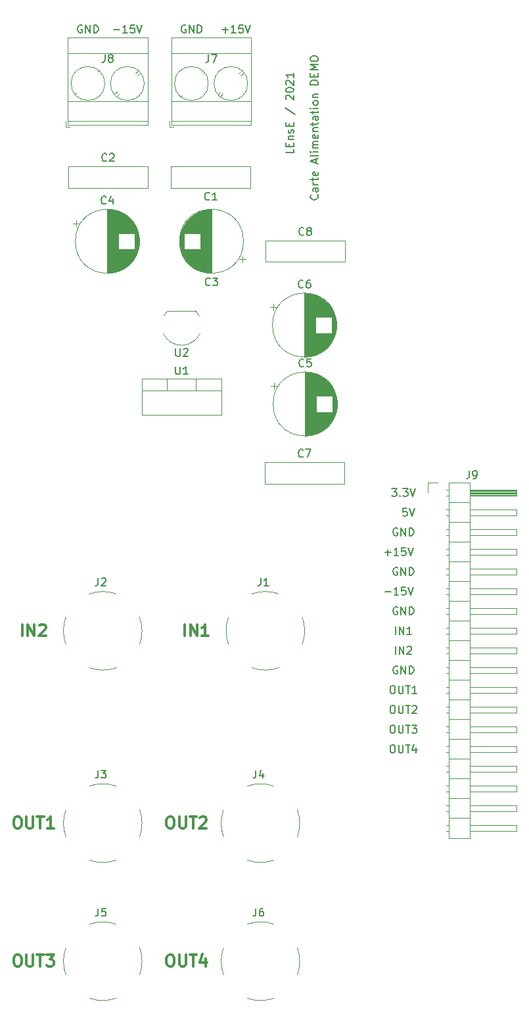
<source format=gbr>
%TF.GenerationSoftware,KiCad,Pcbnew,(5.1.6)-1*%
%TF.CreationDate,2021-03-12T10:12:50+01:00*%
%TF.ProjectId,carte_alim_signaux,63617274-655f-4616-9c69-6d5f7369676e,rev?*%
%TF.SameCoordinates,Original*%
%TF.FileFunction,Legend,Top*%
%TF.FilePolarity,Positive*%
%FSLAX46Y46*%
G04 Gerber Fmt 4.6, Leading zero omitted, Abs format (unit mm)*
G04 Created by KiCad (PCBNEW (5.1.6)-1) date 2021-03-12 10:12:50*
%MOMM*%
%LPD*%
G01*
G04 APERTURE LIST*
%ADD10C,0.150000*%
%ADD11C,0.300000*%
%ADD12C,0.120000*%
G04 APERTURE END LIST*
D10*
X136247142Y-79104047D02*
X136294761Y-79151666D01*
X136342380Y-79294523D01*
X136342380Y-79389761D01*
X136294761Y-79532619D01*
X136199523Y-79627857D01*
X136104285Y-79675476D01*
X135913809Y-79723095D01*
X135770952Y-79723095D01*
X135580476Y-79675476D01*
X135485238Y-79627857D01*
X135390000Y-79532619D01*
X135342380Y-79389761D01*
X135342380Y-79294523D01*
X135390000Y-79151666D01*
X135437619Y-79104047D01*
X136342380Y-78246904D02*
X135818571Y-78246904D01*
X135723333Y-78294523D01*
X135675714Y-78389761D01*
X135675714Y-78580238D01*
X135723333Y-78675476D01*
X136294761Y-78246904D02*
X136342380Y-78342142D01*
X136342380Y-78580238D01*
X136294761Y-78675476D01*
X136199523Y-78723095D01*
X136104285Y-78723095D01*
X136009047Y-78675476D01*
X135961428Y-78580238D01*
X135961428Y-78342142D01*
X135913809Y-78246904D01*
X136342380Y-77770714D02*
X135675714Y-77770714D01*
X135866190Y-77770714D02*
X135770952Y-77723095D01*
X135723333Y-77675476D01*
X135675714Y-77580238D01*
X135675714Y-77485000D01*
X135675714Y-77294523D02*
X135675714Y-76913571D01*
X135342380Y-77151666D02*
X136199523Y-77151666D01*
X136294761Y-77104047D01*
X136342380Y-77008809D01*
X136342380Y-76913571D01*
X136294761Y-76199285D02*
X136342380Y-76294523D01*
X136342380Y-76485000D01*
X136294761Y-76580238D01*
X136199523Y-76627857D01*
X135818571Y-76627857D01*
X135723333Y-76580238D01*
X135675714Y-76485000D01*
X135675714Y-76294523D01*
X135723333Y-76199285D01*
X135818571Y-76151666D01*
X135913809Y-76151666D01*
X136009047Y-76627857D01*
X136056666Y-75008809D02*
X136056666Y-74532619D01*
X136342380Y-75104047D02*
X135342380Y-74770714D01*
X136342380Y-74437380D01*
X136342380Y-73961190D02*
X136294761Y-74056428D01*
X136199523Y-74104047D01*
X135342380Y-74104047D01*
X136342380Y-73580238D02*
X135675714Y-73580238D01*
X135342380Y-73580238D02*
X135390000Y-73627857D01*
X135437619Y-73580238D01*
X135390000Y-73532619D01*
X135342380Y-73580238D01*
X135437619Y-73580238D01*
X136342380Y-73104047D02*
X135675714Y-73104047D01*
X135770952Y-73104047D02*
X135723333Y-73056428D01*
X135675714Y-72961190D01*
X135675714Y-72818333D01*
X135723333Y-72723095D01*
X135818571Y-72675476D01*
X136342380Y-72675476D01*
X135818571Y-72675476D02*
X135723333Y-72627857D01*
X135675714Y-72532619D01*
X135675714Y-72389761D01*
X135723333Y-72294523D01*
X135818571Y-72246904D01*
X136342380Y-72246904D01*
X136294761Y-71389761D02*
X136342380Y-71485000D01*
X136342380Y-71675476D01*
X136294761Y-71770714D01*
X136199523Y-71818333D01*
X135818571Y-71818333D01*
X135723333Y-71770714D01*
X135675714Y-71675476D01*
X135675714Y-71485000D01*
X135723333Y-71389761D01*
X135818571Y-71342142D01*
X135913809Y-71342142D01*
X136009047Y-71818333D01*
X135675714Y-70913571D02*
X136342380Y-70913571D01*
X135770952Y-70913571D02*
X135723333Y-70865952D01*
X135675714Y-70770714D01*
X135675714Y-70627857D01*
X135723333Y-70532619D01*
X135818571Y-70485000D01*
X136342380Y-70485000D01*
X135675714Y-70151666D02*
X135675714Y-69770714D01*
X135342380Y-70008809D02*
X136199523Y-70008809D01*
X136294761Y-69961190D01*
X136342380Y-69865952D01*
X136342380Y-69770714D01*
X136342380Y-69008809D02*
X135818571Y-69008809D01*
X135723333Y-69056428D01*
X135675714Y-69151666D01*
X135675714Y-69342142D01*
X135723333Y-69437380D01*
X136294761Y-69008809D02*
X136342380Y-69104047D01*
X136342380Y-69342142D01*
X136294761Y-69437380D01*
X136199523Y-69485000D01*
X136104285Y-69485000D01*
X136009047Y-69437380D01*
X135961428Y-69342142D01*
X135961428Y-69104047D01*
X135913809Y-69008809D01*
X135675714Y-68675476D02*
X135675714Y-68294523D01*
X135342380Y-68532619D02*
X136199523Y-68532619D01*
X136294761Y-68485000D01*
X136342380Y-68389761D01*
X136342380Y-68294523D01*
X136342380Y-67961190D02*
X135675714Y-67961190D01*
X135342380Y-67961190D02*
X135390000Y-68008809D01*
X135437619Y-67961190D01*
X135390000Y-67913571D01*
X135342380Y-67961190D01*
X135437619Y-67961190D01*
X136342380Y-67342142D02*
X136294761Y-67437380D01*
X136247142Y-67485000D01*
X136151904Y-67532619D01*
X135866190Y-67532619D01*
X135770952Y-67485000D01*
X135723333Y-67437380D01*
X135675714Y-67342142D01*
X135675714Y-67199285D01*
X135723333Y-67104047D01*
X135770952Y-67056428D01*
X135866190Y-67008809D01*
X136151904Y-67008809D01*
X136247142Y-67056428D01*
X136294761Y-67104047D01*
X136342380Y-67199285D01*
X136342380Y-67342142D01*
X135675714Y-66580238D02*
X136342380Y-66580238D01*
X135770952Y-66580238D02*
X135723333Y-66532619D01*
X135675714Y-66437380D01*
X135675714Y-66294523D01*
X135723333Y-66199285D01*
X135818571Y-66151666D01*
X136342380Y-66151666D01*
X136342380Y-64913571D02*
X135342380Y-64913571D01*
X135342380Y-64675476D01*
X135390000Y-64532619D01*
X135485238Y-64437380D01*
X135580476Y-64389761D01*
X135770952Y-64342142D01*
X135913809Y-64342142D01*
X136104285Y-64389761D01*
X136199523Y-64437380D01*
X136294761Y-64532619D01*
X136342380Y-64675476D01*
X136342380Y-64913571D01*
X135818571Y-63913571D02*
X135818571Y-63580238D01*
X136342380Y-63437380D02*
X136342380Y-63913571D01*
X135342380Y-63913571D01*
X135342380Y-63437380D01*
X136342380Y-63008809D02*
X135342380Y-63008809D01*
X136056666Y-62675476D01*
X135342380Y-62342142D01*
X136342380Y-62342142D01*
X135342380Y-61675476D02*
X135342380Y-61485000D01*
X135390000Y-61389761D01*
X135485238Y-61294523D01*
X135675714Y-61246904D01*
X136009047Y-61246904D01*
X136199523Y-61294523D01*
X136294761Y-61389761D01*
X136342380Y-61485000D01*
X136342380Y-61675476D01*
X136294761Y-61770714D01*
X136199523Y-61865952D01*
X136009047Y-61913571D01*
X135675714Y-61913571D01*
X135485238Y-61865952D01*
X135390000Y-61770714D01*
X135342380Y-61675476D01*
X133167380Y-73222857D02*
X133167380Y-73699047D01*
X132167380Y-73699047D01*
X132643571Y-72889523D02*
X132643571Y-72556190D01*
X133167380Y-72413333D02*
X133167380Y-72889523D01*
X132167380Y-72889523D01*
X132167380Y-72413333D01*
X132500714Y-71984761D02*
X133167380Y-71984761D01*
X132595952Y-71984761D02*
X132548333Y-71937142D01*
X132500714Y-71841904D01*
X132500714Y-71699047D01*
X132548333Y-71603809D01*
X132643571Y-71556190D01*
X133167380Y-71556190D01*
X133119761Y-71127619D02*
X133167380Y-71032380D01*
X133167380Y-70841904D01*
X133119761Y-70746666D01*
X133024523Y-70699047D01*
X132976904Y-70699047D01*
X132881666Y-70746666D01*
X132834047Y-70841904D01*
X132834047Y-70984761D01*
X132786428Y-71080000D01*
X132691190Y-71127619D01*
X132643571Y-71127619D01*
X132548333Y-71080000D01*
X132500714Y-70984761D01*
X132500714Y-70841904D01*
X132548333Y-70746666D01*
X132643571Y-70270476D02*
X132643571Y-69937142D01*
X133167380Y-69794285D02*
X133167380Y-70270476D01*
X132167380Y-70270476D01*
X132167380Y-69794285D01*
X132119761Y-67889523D02*
X133405476Y-68746666D01*
X132262619Y-66841904D02*
X132215000Y-66794285D01*
X132167380Y-66699047D01*
X132167380Y-66460952D01*
X132215000Y-66365714D01*
X132262619Y-66318095D01*
X132357857Y-66270476D01*
X132453095Y-66270476D01*
X132595952Y-66318095D01*
X133167380Y-66889523D01*
X133167380Y-66270476D01*
X132167380Y-65651428D02*
X132167380Y-65556190D01*
X132215000Y-65460952D01*
X132262619Y-65413333D01*
X132357857Y-65365714D01*
X132548333Y-65318095D01*
X132786428Y-65318095D01*
X132976904Y-65365714D01*
X133072142Y-65413333D01*
X133119761Y-65460952D01*
X133167380Y-65556190D01*
X133167380Y-65651428D01*
X133119761Y-65746666D01*
X133072142Y-65794285D01*
X132976904Y-65841904D01*
X132786428Y-65889523D01*
X132548333Y-65889523D01*
X132357857Y-65841904D01*
X132262619Y-65794285D01*
X132215000Y-65746666D01*
X132167380Y-65651428D01*
X132262619Y-64937142D02*
X132215000Y-64889523D01*
X132167380Y-64794285D01*
X132167380Y-64556190D01*
X132215000Y-64460952D01*
X132262619Y-64413333D01*
X132357857Y-64365714D01*
X132453095Y-64365714D01*
X132595952Y-64413333D01*
X133167380Y-64984761D01*
X133167380Y-64365714D01*
X133167380Y-63413333D02*
X133167380Y-63984761D01*
X133167380Y-63699047D02*
X132167380Y-63699047D01*
X132310238Y-63794285D01*
X132405476Y-63889523D01*
X132453095Y-63984761D01*
X145843809Y-149947380D02*
X146034285Y-149947380D01*
X146129523Y-149995000D01*
X146224761Y-150090238D01*
X146272380Y-150280714D01*
X146272380Y-150614047D01*
X146224761Y-150804523D01*
X146129523Y-150899761D01*
X146034285Y-150947380D01*
X145843809Y-150947380D01*
X145748571Y-150899761D01*
X145653333Y-150804523D01*
X145605714Y-150614047D01*
X145605714Y-150280714D01*
X145653333Y-150090238D01*
X145748571Y-149995000D01*
X145843809Y-149947380D01*
X146700952Y-149947380D02*
X146700952Y-150756904D01*
X146748571Y-150852142D01*
X146796190Y-150899761D01*
X146891428Y-150947380D01*
X147081904Y-150947380D01*
X147177142Y-150899761D01*
X147224761Y-150852142D01*
X147272380Y-150756904D01*
X147272380Y-149947380D01*
X147605714Y-149947380D02*
X148177142Y-149947380D01*
X147891428Y-150947380D02*
X147891428Y-149947380D01*
X148939047Y-150280714D02*
X148939047Y-150947380D01*
X148700952Y-149899761D02*
X148462857Y-150614047D01*
X149081904Y-150614047D01*
X145843809Y-147407380D02*
X146034285Y-147407380D01*
X146129523Y-147455000D01*
X146224761Y-147550238D01*
X146272380Y-147740714D01*
X146272380Y-148074047D01*
X146224761Y-148264523D01*
X146129523Y-148359761D01*
X146034285Y-148407380D01*
X145843809Y-148407380D01*
X145748571Y-148359761D01*
X145653333Y-148264523D01*
X145605714Y-148074047D01*
X145605714Y-147740714D01*
X145653333Y-147550238D01*
X145748571Y-147455000D01*
X145843809Y-147407380D01*
X146700952Y-147407380D02*
X146700952Y-148216904D01*
X146748571Y-148312142D01*
X146796190Y-148359761D01*
X146891428Y-148407380D01*
X147081904Y-148407380D01*
X147177142Y-148359761D01*
X147224761Y-148312142D01*
X147272380Y-148216904D01*
X147272380Y-147407380D01*
X147605714Y-147407380D02*
X148177142Y-147407380D01*
X147891428Y-148407380D02*
X147891428Y-147407380D01*
X148415238Y-147407380D02*
X149034285Y-147407380D01*
X148700952Y-147788333D01*
X148843809Y-147788333D01*
X148939047Y-147835952D01*
X148986666Y-147883571D01*
X149034285Y-147978809D01*
X149034285Y-148216904D01*
X148986666Y-148312142D01*
X148939047Y-148359761D01*
X148843809Y-148407380D01*
X148558095Y-148407380D01*
X148462857Y-148359761D01*
X148415238Y-148312142D01*
X145843809Y-144867380D02*
X146034285Y-144867380D01*
X146129523Y-144915000D01*
X146224761Y-145010238D01*
X146272380Y-145200714D01*
X146272380Y-145534047D01*
X146224761Y-145724523D01*
X146129523Y-145819761D01*
X146034285Y-145867380D01*
X145843809Y-145867380D01*
X145748571Y-145819761D01*
X145653333Y-145724523D01*
X145605714Y-145534047D01*
X145605714Y-145200714D01*
X145653333Y-145010238D01*
X145748571Y-144915000D01*
X145843809Y-144867380D01*
X146700952Y-144867380D02*
X146700952Y-145676904D01*
X146748571Y-145772142D01*
X146796190Y-145819761D01*
X146891428Y-145867380D01*
X147081904Y-145867380D01*
X147177142Y-145819761D01*
X147224761Y-145772142D01*
X147272380Y-145676904D01*
X147272380Y-144867380D01*
X147605714Y-144867380D02*
X148177142Y-144867380D01*
X147891428Y-145867380D02*
X147891428Y-144867380D01*
X148462857Y-144962619D02*
X148510476Y-144915000D01*
X148605714Y-144867380D01*
X148843809Y-144867380D01*
X148939047Y-144915000D01*
X148986666Y-144962619D01*
X149034285Y-145057857D01*
X149034285Y-145153095D01*
X148986666Y-145295952D01*
X148415238Y-145867380D01*
X149034285Y-145867380D01*
X145843809Y-142327380D02*
X146034285Y-142327380D01*
X146129523Y-142375000D01*
X146224761Y-142470238D01*
X146272380Y-142660714D01*
X146272380Y-142994047D01*
X146224761Y-143184523D01*
X146129523Y-143279761D01*
X146034285Y-143327380D01*
X145843809Y-143327380D01*
X145748571Y-143279761D01*
X145653333Y-143184523D01*
X145605714Y-142994047D01*
X145605714Y-142660714D01*
X145653333Y-142470238D01*
X145748571Y-142375000D01*
X145843809Y-142327380D01*
X146700952Y-142327380D02*
X146700952Y-143136904D01*
X146748571Y-143232142D01*
X146796190Y-143279761D01*
X146891428Y-143327380D01*
X147081904Y-143327380D01*
X147177142Y-143279761D01*
X147224761Y-143232142D01*
X147272380Y-143136904D01*
X147272380Y-142327380D01*
X147605714Y-142327380D02*
X148177142Y-142327380D01*
X147891428Y-143327380D02*
X147891428Y-142327380D01*
X149034285Y-143327380D02*
X148462857Y-143327380D01*
X148748571Y-143327380D02*
X148748571Y-142327380D01*
X148653333Y-142470238D01*
X148558095Y-142565476D01*
X148462857Y-142613095D01*
X146558095Y-139835000D02*
X146462857Y-139787380D01*
X146320000Y-139787380D01*
X146177142Y-139835000D01*
X146081904Y-139930238D01*
X146034285Y-140025476D01*
X145986666Y-140215952D01*
X145986666Y-140358809D01*
X146034285Y-140549285D01*
X146081904Y-140644523D01*
X146177142Y-140739761D01*
X146320000Y-140787380D01*
X146415238Y-140787380D01*
X146558095Y-140739761D01*
X146605714Y-140692142D01*
X146605714Y-140358809D01*
X146415238Y-140358809D01*
X147034285Y-140787380D02*
X147034285Y-139787380D01*
X147605714Y-140787380D01*
X147605714Y-139787380D01*
X148081904Y-140787380D02*
X148081904Y-139787380D01*
X148320000Y-139787380D01*
X148462857Y-139835000D01*
X148558095Y-139930238D01*
X148605714Y-140025476D01*
X148653333Y-140215952D01*
X148653333Y-140358809D01*
X148605714Y-140549285D01*
X148558095Y-140644523D01*
X148462857Y-140739761D01*
X148320000Y-140787380D01*
X148081904Y-140787380D01*
X146320000Y-138247380D02*
X146320000Y-137247380D01*
X146796190Y-138247380D02*
X146796190Y-137247380D01*
X147367619Y-138247380D01*
X147367619Y-137247380D01*
X147796190Y-137342619D02*
X147843809Y-137295000D01*
X147939047Y-137247380D01*
X148177142Y-137247380D01*
X148272380Y-137295000D01*
X148320000Y-137342619D01*
X148367619Y-137437857D01*
X148367619Y-137533095D01*
X148320000Y-137675952D01*
X147748571Y-138247380D01*
X148367619Y-138247380D01*
X146320000Y-135707380D02*
X146320000Y-134707380D01*
X146796190Y-135707380D02*
X146796190Y-134707380D01*
X147367619Y-135707380D01*
X147367619Y-134707380D01*
X148367619Y-135707380D02*
X147796190Y-135707380D01*
X148081904Y-135707380D02*
X148081904Y-134707380D01*
X147986666Y-134850238D01*
X147891428Y-134945476D01*
X147796190Y-134993095D01*
X146558095Y-132215000D02*
X146462857Y-132167380D01*
X146320000Y-132167380D01*
X146177142Y-132215000D01*
X146081904Y-132310238D01*
X146034285Y-132405476D01*
X145986666Y-132595952D01*
X145986666Y-132738809D01*
X146034285Y-132929285D01*
X146081904Y-133024523D01*
X146177142Y-133119761D01*
X146320000Y-133167380D01*
X146415238Y-133167380D01*
X146558095Y-133119761D01*
X146605714Y-133072142D01*
X146605714Y-132738809D01*
X146415238Y-132738809D01*
X147034285Y-133167380D02*
X147034285Y-132167380D01*
X147605714Y-133167380D01*
X147605714Y-132167380D01*
X148081904Y-133167380D02*
X148081904Y-132167380D01*
X148320000Y-132167380D01*
X148462857Y-132215000D01*
X148558095Y-132310238D01*
X148605714Y-132405476D01*
X148653333Y-132595952D01*
X148653333Y-132738809D01*
X148605714Y-132929285D01*
X148558095Y-133024523D01*
X148462857Y-133119761D01*
X148320000Y-133167380D01*
X148081904Y-133167380D01*
X146558095Y-127135000D02*
X146462857Y-127087380D01*
X146320000Y-127087380D01*
X146177142Y-127135000D01*
X146081904Y-127230238D01*
X146034285Y-127325476D01*
X145986666Y-127515952D01*
X145986666Y-127658809D01*
X146034285Y-127849285D01*
X146081904Y-127944523D01*
X146177142Y-128039761D01*
X146320000Y-128087380D01*
X146415238Y-128087380D01*
X146558095Y-128039761D01*
X146605714Y-127992142D01*
X146605714Y-127658809D01*
X146415238Y-127658809D01*
X147034285Y-128087380D02*
X147034285Y-127087380D01*
X147605714Y-128087380D01*
X147605714Y-127087380D01*
X148081904Y-128087380D02*
X148081904Y-127087380D01*
X148320000Y-127087380D01*
X148462857Y-127135000D01*
X148558095Y-127230238D01*
X148605714Y-127325476D01*
X148653333Y-127515952D01*
X148653333Y-127658809D01*
X148605714Y-127849285D01*
X148558095Y-127944523D01*
X148462857Y-128039761D01*
X148320000Y-128087380D01*
X148081904Y-128087380D01*
X144923095Y-130246428D02*
X145685000Y-130246428D01*
X146685000Y-130627380D02*
X146113571Y-130627380D01*
X146399285Y-130627380D02*
X146399285Y-129627380D01*
X146304047Y-129770238D01*
X146208809Y-129865476D01*
X146113571Y-129913095D01*
X147589761Y-129627380D02*
X147113571Y-129627380D01*
X147065952Y-130103571D01*
X147113571Y-130055952D01*
X147208809Y-130008333D01*
X147446904Y-130008333D01*
X147542142Y-130055952D01*
X147589761Y-130103571D01*
X147637380Y-130198809D01*
X147637380Y-130436904D01*
X147589761Y-130532142D01*
X147542142Y-130579761D01*
X147446904Y-130627380D01*
X147208809Y-130627380D01*
X147113571Y-130579761D01*
X147065952Y-130532142D01*
X147923095Y-129627380D02*
X148256428Y-130627380D01*
X148589761Y-129627380D01*
X144923095Y-125166428D02*
X145685000Y-125166428D01*
X145304047Y-125547380D02*
X145304047Y-124785476D01*
X146685000Y-125547380D02*
X146113571Y-125547380D01*
X146399285Y-125547380D02*
X146399285Y-124547380D01*
X146304047Y-124690238D01*
X146208809Y-124785476D01*
X146113571Y-124833095D01*
X147589761Y-124547380D02*
X147113571Y-124547380D01*
X147065952Y-125023571D01*
X147113571Y-124975952D01*
X147208809Y-124928333D01*
X147446904Y-124928333D01*
X147542142Y-124975952D01*
X147589761Y-125023571D01*
X147637380Y-125118809D01*
X147637380Y-125356904D01*
X147589761Y-125452142D01*
X147542142Y-125499761D01*
X147446904Y-125547380D01*
X147208809Y-125547380D01*
X147113571Y-125499761D01*
X147065952Y-125452142D01*
X147923095Y-124547380D02*
X148256428Y-125547380D01*
X148589761Y-124547380D01*
X146558095Y-122055000D02*
X146462857Y-122007380D01*
X146320000Y-122007380D01*
X146177142Y-122055000D01*
X146081904Y-122150238D01*
X146034285Y-122245476D01*
X145986666Y-122435952D01*
X145986666Y-122578809D01*
X146034285Y-122769285D01*
X146081904Y-122864523D01*
X146177142Y-122959761D01*
X146320000Y-123007380D01*
X146415238Y-123007380D01*
X146558095Y-122959761D01*
X146605714Y-122912142D01*
X146605714Y-122578809D01*
X146415238Y-122578809D01*
X147034285Y-123007380D02*
X147034285Y-122007380D01*
X147605714Y-123007380D01*
X147605714Y-122007380D01*
X148081904Y-123007380D02*
X148081904Y-122007380D01*
X148320000Y-122007380D01*
X148462857Y-122055000D01*
X148558095Y-122150238D01*
X148605714Y-122245476D01*
X148653333Y-122435952D01*
X148653333Y-122578809D01*
X148605714Y-122769285D01*
X148558095Y-122864523D01*
X148462857Y-122959761D01*
X148320000Y-123007380D01*
X148081904Y-123007380D01*
X147764523Y-119467380D02*
X147288333Y-119467380D01*
X147240714Y-119943571D01*
X147288333Y-119895952D01*
X147383571Y-119848333D01*
X147621666Y-119848333D01*
X147716904Y-119895952D01*
X147764523Y-119943571D01*
X147812142Y-120038809D01*
X147812142Y-120276904D01*
X147764523Y-120372142D01*
X147716904Y-120419761D01*
X147621666Y-120467380D01*
X147383571Y-120467380D01*
X147288333Y-120419761D01*
X147240714Y-120372142D01*
X148097857Y-119467380D02*
X148431190Y-120467380D01*
X148764523Y-119467380D01*
X145843809Y-116927380D02*
X146462857Y-116927380D01*
X146129523Y-117308333D01*
X146272380Y-117308333D01*
X146367619Y-117355952D01*
X146415238Y-117403571D01*
X146462857Y-117498809D01*
X146462857Y-117736904D01*
X146415238Y-117832142D01*
X146367619Y-117879761D01*
X146272380Y-117927380D01*
X145986666Y-117927380D01*
X145891428Y-117879761D01*
X145843809Y-117832142D01*
X146891428Y-117832142D02*
X146939047Y-117879761D01*
X146891428Y-117927380D01*
X146843809Y-117879761D01*
X146891428Y-117832142D01*
X146891428Y-117927380D01*
X147272380Y-116927380D02*
X147891428Y-116927380D01*
X147558095Y-117308333D01*
X147700952Y-117308333D01*
X147796190Y-117355952D01*
X147843809Y-117403571D01*
X147891428Y-117498809D01*
X147891428Y-117736904D01*
X147843809Y-117832142D01*
X147796190Y-117879761D01*
X147700952Y-117927380D01*
X147415238Y-117927380D01*
X147320000Y-117879761D01*
X147272380Y-117832142D01*
X148177142Y-116927380D02*
X148510476Y-117927380D01*
X148843809Y-116927380D01*
D11*
X117165714Y-176978571D02*
X117451428Y-176978571D01*
X117594285Y-177050000D01*
X117737142Y-177192857D01*
X117808571Y-177478571D01*
X117808571Y-177978571D01*
X117737142Y-178264285D01*
X117594285Y-178407142D01*
X117451428Y-178478571D01*
X117165714Y-178478571D01*
X117022857Y-178407142D01*
X116880000Y-178264285D01*
X116808571Y-177978571D01*
X116808571Y-177478571D01*
X116880000Y-177192857D01*
X117022857Y-177050000D01*
X117165714Y-176978571D01*
X118451428Y-176978571D02*
X118451428Y-178192857D01*
X118522857Y-178335714D01*
X118594285Y-178407142D01*
X118737142Y-178478571D01*
X119022857Y-178478571D01*
X119165714Y-178407142D01*
X119237142Y-178335714D01*
X119308571Y-178192857D01*
X119308571Y-176978571D01*
X119808571Y-176978571D02*
X120665714Y-176978571D01*
X120237142Y-178478571D02*
X120237142Y-176978571D01*
X121808571Y-177478571D02*
X121808571Y-178478571D01*
X121451428Y-176907142D02*
X121094285Y-177978571D01*
X122022857Y-177978571D01*
X97480714Y-176978571D02*
X97766428Y-176978571D01*
X97909285Y-177050000D01*
X98052142Y-177192857D01*
X98123571Y-177478571D01*
X98123571Y-177978571D01*
X98052142Y-178264285D01*
X97909285Y-178407142D01*
X97766428Y-178478571D01*
X97480714Y-178478571D01*
X97337857Y-178407142D01*
X97195000Y-178264285D01*
X97123571Y-177978571D01*
X97123571Y-177478571D01*
X97195000Y-177192857D01*
X97337857Y-177050000D01*
X97480714Y-176978571D01*
X98766428Y-176978571D02*
X98766428Y-178192857D01*
X98837857Y-178335714D01*
X98909285Y-178407142D01*
X99052142Y-178478571D01*
X99337857Y-178478571D01*
X99480714Y-178407142D01*
X99552142Y-178335714D01*
X99623571Y-178192857D01*
X99623571Y-176978571D01*
X100123571Y-176978571D02*
X100980714Y-176978571D01*
X100552142Y-178478571D02*
X100552142Y-176978571D01*
X101337857Y-176978571D02*
X102266428Y-176978571D01*
X101766428Y-177550000D01*
X101980714Y-177550000D01*
X102123571Y-177621428D01*
X102195000Y-177692857D01*
X102266428Y-177835714D01*
X102266428Y-178192857D01*
X102195000Y-178335714D01*
X102123571Y-178407142D01*
X101980714Y-178478571D01*
X101552142Y-178478571D01*
X101409285Y-178407142D01*
X101337857Y-178335714D01*
X117165714Y-159198571D02*
X117451428Y-159198571D01*
X117594285Y-159270000D01*
X117737142Y-159412857D01*
X117808571Y-159698571D01*
X117808571Y-160198571D01*
X117737142Y-160484285D01*
X117594285Y-160627142D01*
X117451428Y-160698571D01*
X117165714Y-160698571D01*
X117022857Y-160627142D01*
X116880000Y-160484285D01*
X116808571Y-160198571D01*
X116808571Y-159698571D01*
X116880000Y-159412857D01*
X117022857Y-159270000D01*
X117165714Y-159198571D01*
X118451428Y-159198571D02*
X118451428Y-160412857D01*
X118522857Y-160555714D01*
X118594285Y-160627142D01*
X118737142Y-160698571D01*
X119022857Y-160698571D01*
X119165714Y-160627142D01*
X119237142Y-160555714D01*
X119308571Y-160412857D01*
X119308571Y-159198571D01*
X119808571Y-159198571D02*
X120665714Y-159198571D01*
X120237142Y-160698571D02*
X120237142Y-159198571D01*
X121094285Y-159341428D02*
X121165714Y-159270000D01*
X121308571Y-159198571D01*
X121665714Y-159198571D01*
X121808571Y-159270000D01*
X121880000Y-159341428D01*
X121951428Y-159484285D01*
X121951428Y-159627142D01*
X121880000Y-159841428D01*
X121022857Y-160698571D01*
X121951428Y-160698571D01*
X97480714Y-159198571D02*
X97766428Y-159198571D01*
X97909285Y-159270000D01*
X98052142Y-159412857D01*
X98123571Y-159698571D01*
X98123571Y-160198571D01*
X98052142Y-160484285D01*
X97909285Y-160627142D01*
X97766428Y-160698571D01*
X97480714Y-160698571D01*
X97337857Y-160627142D01*
X97195000Y-160484285D01*
X97123571Y-160198571D01*
X97123571Y-159698571D01*
X97195000Y-159412857D01*
X97337857Y-159270000D01*
X97480714Y-159198571D01*
X98766428Y-159198571D02*
X98766428Y-160412857D01*
X98837857Y-160555714D01*
X98909285Y-160627142D01*
X99052142Y-160698571D01*
X99337857Y-160698571D01*
X99480714Y-160627142D01*
X99552142Y-160555714D01*
X99623571Y-160412857D01*
X99623571Y-159198571D01*
X100123571Y-159198571D02*
X100980714Y-159198571D01*
X100552142Y-160698571D02*
X100552142Y-159198571D01*
X102266428Y-160698571D02*
X101409285Y-160698571D01*
X101837857Y-160698571D02*
X101837857Y-159198571D01*
X101695000Y-159412857D01*
X101552142Y-159555714D01*
X101409285Y-159627142D01*
X119150000Y-135933571D02*
X119150000Y-134433571D01*
X119864285Y-135933571D02*
X119864285Y-134433571D01*
X120721428Y-135933571D01*
X120721428Y-134433571D01*
X122221428Y-135933571D02*
X121364285Y-135933571D01*
X121792857Y-135933571D02*
X121792857Y-134433571D01*
X121650000Y-134647857D01*
X121507142Y-134790714D01*
X121364285Y-134862142D01*
X98195000Y-135933571D02*
X98195000Y-134433571D01*
X98909285Y-135933571D02*
X98909285Y-134433571D01*
X99766428Y-135933571D01*
X99766428Y-134433571D01*
X100409285Y-134576428D02*
X100480714Y-134505000D01*
X100623571Y-134433571D01*
X100980714Y-134433571D01*
X101123571Y-134505000D01*
X101195000Y-134576428D01*
X101266428Y-134719285D01*
X101266428Y-134862142D01*
X101195000Y-135076428D01*
X100337857Y-135933571D01*
X101266428Y-135933571D01*
D10*
X105918095Y-57285000D02*
X105822857Y-57237380D01*
X105680000Y-57237380D01*
X105537142Y-57285000D01*
X105441904Y-57380238D01*
X105394285Y-57475476D01*
X105346666Y-57665952D01*
X105346666Y-57808809D01*
X105394285Y-57999285D01*
X105441904Y-58094523D01*
X105537142Y-58189761D01*
X105680000Y-58237380D01*
X105775238Y-58237380D01*
X105918095Y-58189761D01*
X105965714Y-58142142D01*
X105965714Y-57808809D01*
X105775238Y-57808809D01*
X106394285Y-58237380D02*
X106394285Y-57237380D01*
X106965714Y-58237380D01*
X106965714Y-57237380D01*
X107441904Y-58237380D02*
X107441904Y-57237380D01*
X107680000Y-57237380D01*
X107822857Y-57285000D01*
X107918095Y-57380238D01*
X107965714Y-57475476D01*
X108013333Y-57665952D01*
X108013333Y-57808809D01*
X107965714Y-57999285D01*
X107918095Y-58094523D01*
X107822857Y-58189761D01*
X107680000Y-58237380D01*
X107441904Y-58237380D01*
X109998095Y-57856428D02*
X110760000Y-57856428D01*
X111760000Y-58237380D02*
X111188571Y-58237380D01*
X111474285Y-58237380D02*
X111474285Y-57237380D01*
X111379047Y-57380238D01*
X111283809Y-57475476D01*
X111188571Y-57523095D01*
X112664761Y-57237380D02*
X112188571Y-57237380D01*
X112140952Y-57713571D01*
X112188571Y-57665952D01*
X112283809Y-57618333D01*
X112521904Y-57618333D01*
X112617142Y-57665952D01*
X112664761Y-57713571D01*
X112712380Y-57808809D01*
X112712380Y-58046904D01*
X112664761Y-58142142D01*
X112617142Y-58189761D01*
X112521904Y-58237380D01*
X112283809Y-58237380D01*
X112188571Y-58189761D01*
X112140952Y-58142142D01*
X112998095Y-57237380D02*
X113331428Y-58237380D01*
X113664761Y-57237380D01*
X123968095Y-57856428D02*
X124730000Y-57856428D01*
X124349047Y-58237380D02*
X124349047Y-57475476D01*
X125730000Y-58237380D02*
X125158571Y-58237380D01*
X125444285Y-58237380D02*
X125444285Y-57237380D01*
X125349047Y-57380238D01*
X125253809Y-57475476D01*
X125158571Y-57523095D01*
X126634761Y-57237380D02*
X126158571Y-57237380D01*
X126110952Y-57713571D01*
X126158571Y-57665952D01*
X126253809Y-57618333D01*
X126491904Y-57618333D01*
X126587142Y-57665952D01*
X126634761Y-57713571D01*
X126682380Y-57808809D01*
X126682380Y-58046904D01*
X126634761Y-58142142D01*
X126587142Y-58189761D01*
X126491904Y-58237380D01*
X126253809Y-58237380D01*
X126158571Y-58189761D01*
X126110952Y-58142142D01*
X126968095Y-57237380D02*
X127301428Y-58237380D01*
X127634761Y-57237380D01*
X119253095Y-57285000D02*
X119157857Y-57237380D01*
X119015000Y-57237380D01*
X118872142Y-57285000D01*
X118776904Y-57380238D01*
X118729285Y-57475476D01*
X118681666Y-57665952D01*
X118681666Y-57808809D01*
X118729285Y-57999285D01*
X118776904Y-58094523D01*
X118872142Y-58189761D01*
X119015000Y-58237380D01*
X119110238Y-58237380D01*
X119253095Y-58189761D01*
X119300714Y-58142142D01*
X119300714Y-57808809D01*
X119110238Y-57808809D01*
X119729285Y-58237380D02*
X119729285Y-57237380D01*
X120300714Y-58237380D01*
X120300714Y-57237380D01*
X120776904Y-58237380D02*
X120776904Y-57237380D01*
X121015000Y-57237380D01*
X121157857Y-57285000D01*
X121253095Y-57380238D01*
X121300714Y-57475476D01*
X121348333Y-57665952D01*
X121348333Y-57808809D01*
X121300714Y-57999285D01*
X121253095Y-58094523D01*
X121157857Y-58189761D01*
X121015000Y-58237380D01*
X120776904Y-58237380D01*
D12*
%TO.C,J1*%
X131252663Y-130491411D02*
G75*
G03*
X127790000Y-130505000I-1712663J-4763589D01*
G01*
X134303589Y-136967663D02*
G75*
G03*
X134290000Y-133505000I-4763589J1712663D01*
G01*
X127827337Y-140018589D02*
G75*
G03*
X131290000Y-140005000I1712663J4763589D01*
G01*
X124776411Y-133542337D02*
G75*
G03*
X124790000Y-137005000I4763589J-1712663D01*
G01*
%TO.C,J2*%
X103821411Y-133542337D02*
G75*
G03*
X103835000Y-137005000I4763589J-1712663D01*
G01*
X106872337Y-140018589D02*
G75*
G03*
X110335000Y-140005000I1712663J4763589D01*
G01*
X113348589Y-136967663D02*
G75*
G03*
X113335000Y-133505000I-4763589J1712663D01*
G01*
X110297663Y-130491411D02*
G75*
G03*
X106835000Y-130505000I-1712663J-4763589D01*
G01*
%TO.C,J3*%
X103821411Y-158307337D02*
G75*
G03*
X103835000Y-161770000I4763589J-1712663D01*
G01*
X106872337Y-164783589D02*
G75*
G03*
X110335000Y-164770000I1712663J4763589D01*
G01*
X113348589Y-161732663D02*
G75*
G03*
X113335000Y-158270000I-4763589J1712663D01*
G01*
X110297663Y-155256411D02*
G75*
G03*
X106835000Y-155270000I-1712663J-4763589D01*
G01*
%TO.C,J4*%
X130617663Y-155256411D02*
G75*
G03*
X127155000Y-155270000I-1712663J-4763589D01*
G01*
X133668589Y-161732663D02*
G75*
G03*
X133655000Y-158270000I-4763589J1712663D01*
G01*
X127192337Y-164783589D02*
G75*
G03*
X130655000Y-164770000I1712663J4763589D01*
G01*
X124141411Y-158307337D02*
G75*
G03*
X124155000Y-161770000I4763589J-1712663D01*
G01*
%TO.C,J5*%
X103821411Y-176087337D02*
G75*
G03*
X103835000Y-179550000I4763589J-1712663D01*
G01*
X106872337Y-182563589D02*
G75*
G03*
X110335000Y-182550000I1712663J4763589D01*
G01*
X113348589Y-179512663D02*
G75*
G03*
X113335000Y-176050000I-4763589J1712663D01*
G01*
X110297663Y-173036411D02*
G75*
G03*
X106835000Y-173050000I-1712663J-4763589D01*
G01*
%TO.C,J6*%
X130617663Y-173036411D02*
G75*
G03*
X127155000Y-173050000I-1712663J-4763589D01*
G01*
X133668589Y-179512663D02*
G75*
G03*
X133655000Y-176050000I-4763589J1712663D01*
G01*
X127192337Y-182563589D02*
G75*
G03*
X130655000Y-182550000I1712663J4763589D01*
G01*
X124141411Y-176087337D02*
G75*
G03*
X124155000Y-179550000I4763589J-1712663D01*
G01*
%TO.C,J7*%
X122195000Y-64770000D02*
G75*
G03*
X122195000Y-64770000I-2180000J0D01*
G01*
X127275000Y-64770000D02*
G75*
G03*
X127275000Y-64770000I-2180000J0D01*
G01*
X117415000Y-69570000D02*
X127695000Y-69570000D01*
X117415000Y-67070000D02*
X127695000Y-67070000D01*
X117415000Y-60870000D02*
X127695000Y-60870000D01*
X117415000Y-58810000D02*
X127695000Y-58810000D01*
X117415000Y-70130000D02*
X127695000Y-70130000D01*
X117415000Y-58810000D02*
X117415000Y-70130000D01*
X127695000Y-58810000D02*
X127695000Y-70130000D01*
X121669000Y-63382000D02*
X121562000Y-63489000D01*
X118733000Y-66317000D02*
X118627000Y-66424000D01*
X121403000Y-63116000D02*
X121296000Y-63223000D01*
X118467000Y-66051000D02*
X118361000Y-66158000D01*
X126749000Y-63382000D02*
X126354000Y-63778000D01*
X124088000Y-66044000D02*
X123708000Y-66424000D01*
X126483000Y-63116000D02*
X126103000Y-63496000D01*
X123837000Y-65762000D02*
X123442000Y-66158000D01*
X117175000Y-69630000D02*
X117175000Y-70370000D01*
X117175000Y-70370000D02*
X117675000Y-70370000D01*
%TO.C,J8*%
X103840000Y-70370000D02*
X104340000Y-70370000D01*
X103840000Y-69630000D02*
X103840000Y-70370000D01*
X110502000Y-65762000D02*
X110107000Y-66158000D01*
X113148000Y-63116000D02*
X112768000Y-63496000D01*
X110753000Y-66044000D02*
X110373000Y-66424000D01*
X113414000Y-63382000D02*
X113019000Y-63778000D01*
X105132000Y-66051000D02*
X105026000Y-66158000D01*
X108068000Y-63116000D02*
X107961000Y-63223000D01*
X105398000Y-66317000D02*
X105292000Y-66424000D01*
X108334000Y-63382000D02*
X108227000Y-63489000D01*
X114360000Y-58810000D02*
X114360000Y-70130000D01*
X104080000Y-58810000D02*
X104080000Y-70130000D01*
X104080000Y-70130000D02*
X114360000Y-70130000D01*
X104080000Y-58810000D02*
X114360000Y-58810000D01*
X104080000Y-60870000D02*
X114360000Y-60870000D01*
X104080000Y-67070000D02*
X114360000Y-67070000D01*
X104080000Y-69570000D02*
X114360000Y-69570000D01*
X113940000Y-64770000D02*
G75*
G03*
X113940000Y-64770000I-2180000J0D01*
G01*
X108860000Y-64770000D02*
G75*
G03*
X108860000Y-64770000I-2180000J0D01*
G01*
%TO.C,J9*%
X150495000Y-116205000D02*
X151765000Y-116205000D01*
X150495000Y-117475000D02*
X150495000Y-116205000D01*
X152807929Y-161035000D02*
X153205000Y-161035000D01*
X152807929Y-160275000D02*
X153205000Y-160275000D01*
X161865000Y-161035000D02*
X155865000Y-161035000D01*
X161865000Y-160275000D02*
X161865000Y-161035000D01*
X155865000Y-160275000D02*
X161865000Y-160275000D01*
X153205000Y-159385000D02*
X155865000Y-159385000D01*
X152807929Y-158495000D02*
X153205000Y-158495000D01*
X152807929Y-157735000D02*
X153205000Y-157735000D01*
X161865000Y-158495000D02*
X155865000Y-158495000D01*
X161865000Y-157735000D02*
X161865000Y-158495000D01*
X155865000Y-157735000D02*
X161865000Y-157735000D01*
X153205000Y-156845000D02*
X155865000Y-156845000D01*
X152807929Y-155955000D02*
X153205000Y-155955000D01*
X152807929Y-155195000D02*
X153205000Y-155195000D01*
X161865000Y-155955000D02*
X155865000Y-155955000D01*
X161865000Y-155195000D02*
X161865000Y-155955000D01*
X155865000Y-155195000D02*
X161865000Y-155195000D01*
X153205000Y-154305000D02*
X155865000Y-154305000D01*
X152807929Y-153415000D02*
X153205000Y-153415000D01*
X152807929Y-152655000D02*
X153205000Y-152655000D01*
X161865000Y-153415000D02*
X155865000Y-153415000D01*
X161865000Y-152655000D02*
X161865000Y-153415000D01*
X155865000Y-152655000D02*
X161865000Y-152655000D01*
X153205000Y-151765000D02*
X155865000Y-151765000D01*
X152807929Y-150875000D02*
X153205000Y-150875000D01*
X152807929Y-150115000D02*
X153205000Y-150115000D01*
X161865000Y-150875000D02*
X155865000Y-150875000D01*
X161865000Y-150115000D02*
X161865000Y-150875000D01*
X155865000Y-150115000D02*
X161865000Y-150115000D01*
X153205000Y-149225000D02*
X155865000Y-149225000D01*
X152807929Y-148335000D02*
X153205000Y-148335000D01*
X152807929Y-147575000D02*
X153205000Y-147575000D01*
X161865000Y-148335000D02*
X155865000Y-148335000D01*
X161865000Y-147575000D02*
X161865000Y-148335000D01*
X155865000Y-147575000D02*
X161865000Y-147575000D01*
X153205000Y-146685000D02*
X155865000Y-146685000D01*
X152807929Y-145795000D02*
X153205000Y-145795000D01*
X152807929Y-145035000D02*
X153205000Y-145035000D01*
X161865000Y-145795000D02*
X155865000Y-145795000D01*
X161865000Y-145035000D02*
X161865000Y-145795000D01*
X155865000Y-145035000D02*
X161865000Y-145035000D01*
X153205000Y-144145000D02*
X155865000Y-144145000D01*
X152807929Y-143255000D02*
X153205000Y-143255000D01*
X152807929Y-142495000D02*
X153205000Y-142495000D01*
X161865000Y-143255000D02*
X155865000Y-143255000D01*
X161865000Y-142495000D02*
X161865000Y-143255000D01*
X155865000Y-142495000D02*
X161865000Y-142495000D01*
X153205000Y-141605000D02*
X155865000Y-141605000D01*
X152807929Y-140715000D02*
X153205000Y-140715000D01*
X152807929Y-139955000D02*
X153205000Y-139955000D01*
X161865000Y-140715000D02*
X155865000Y-140715000D01*
X161865000Y-139955000D02*
X161865000Y-140715000D01*
X155865000Y-139955000D02*
X161865000Y-139955000D01*
X153205000Y-139065000D02*
X155865000Y-139065000D01*
X152807929Y-138175000D02*
X153205000Y-138175000D01*
X152807929Y-137415000D02*
X153205000Y-137415000D01*
X161865000Y-138175000D02*
X155865000Y-138175000D01*
X161865000Y-137415000D02*
X161865000Y-138175000D01*
X155865000Y-137415000D02*
X161865000Y-137415000D01*
X153205000Y-136525000D02*
X155865000Y-136525000D01*
X152807929Y-135635000D02*
X153205000Y-135635000D01*
X152807929Y-134875000D02*
X153205000Y-134875000D01*
X161865000Y-135635000D02*
X155865000Y-135635000D01*
X161865000Y-134875000D02*
X161865000Y-135635000D01*
X155865000Y-134875000D02*
X161865000Y-134875000D01*
X153205000Y-133985000D02*
X155865000Y-133985000D01*
X152807929Y-133095000D02*
X153205000Y-133095000D01*
X152807929Y-132335000D02*
X153205000Y-132335000D01*
X161865000Y-133095000D02*
X155865000Y-133095000D01*
X161865000Y-132335000D02*
X161865000Y-133095000D01*
X155865000Y-132335000D02*
X161865000Y-132335000D01*
X153205000Y-131445000D02*
X155865000Y-131445000D01*
X152807929Y-130555000D02*
X153205000Y-130555000D01*
X152807929Y-129795000D02*
X153205000Y-129795000D01*
X161865000Y-130555000D02*
X155865000Y-130555000D01*
X161865000Y-129795000D02*
X161865000Y-130555000D01*
X155865000Y-129795000D02*
X161865000Y-129795000D01*
X153205000Y-128905000D02*
X155865000Y-128905000D01*
X152807929Y-128015000D02*
X153205000Y-128015000D01*
X152807929Y-127255000D02*
X153205000Y-127255000D01*
X161865000Y-128015000D02*
X155865000Y-128015000D01*
X161865000Y-127255000D02*
X161865000Y-128015000D01*
X155865000Y-127255000D02*
X161865000Y-127255000D01*
X153205000Y-126365000D02*
X155865000Y-126365000D01*
X152807929Y-125475000D02*
X153205000Y-125475000D01*
X152807929Y-124715000D02*
X153205000Y-124715000D01*
X161865000Y-125475000D02*
X155865000Y-125475000D01*
X161865000Y-124715000D02*
X161865000Y-125475000D01*
X155865000Y-124715000D02*
X161865000Y-124715000D01*
X153205000Y-123825000D02*
X155865000Y-123825000D01*
X152807929Y-122935000D02*
X153205000Y-122935000D01*
X152807929Y-122175000D02*
X153205000Y-122175000D01*
X161865000Y-122935000D02*
X155865000Y-122935000D01*
X161865000Y-122175000D02*
X161865000Y-122935000D01*
X155865000Y-122175000D02*
X161865000Y-122175000D01*
X153205000Y-121285000D02*
X155865000Y-121285000D01*
X152807929Y-120395000D02*
X153205000Y-120395000D01*
X152807929Y-119635000D02*
X153205000Y-119635000D01*
X161865000Y-120395000D02*
X155865000Y-120395000D01*
X161865000Y-119635000D02*
X161865000Y-120395000D01*
X155865000Y-119635000D02*
X161865000Y-119635000D01*
X153205000Y-118745000D02*
X155865000Y-118745000D01*
X152875000Y-117855000D02*
X153205000Y-117855000D01*
X152875000Y-117095000D02*
X153205000Y-117095000D01*
X155865000Y-117755000D02*
X161865000Y-117755000D01*
X155865000Y-117635000D02*
X161865000Y-117635000D01*
X155865000Y-117515000D02*
X161865000Y-117515000D01*
X155865000Y-117395000D02*
X161865000Y-117395000D01*
X155865000Y-117275000D02*
X161865000Y-117275000D01*
X155865000Y-117155000D02*
X161865000Y-117155000D01*
X161865000Y-117855000D02*
X155865000Y-117855000D01*
X161865000Y-117095000D02*
X161865000Y-117855000D01*
X155865000Y-117095000D02*
X161865000Y-117095000D01*
X155865000Y-116145000D02*
X153205000Y-116145000D01*
X155865000Y-161985000D02*
X155865000Y-116145000D01*
X153205000Y-161985000D02*
X155865000Y-161985000D01*
X153205000Y-116145000D02*
X153205000Y-161985000D01*
%TO.C,C1*%
X117395000Y-78205000D02*
X117395000Y-75465000D01*
X127635000Y-78205000D02*
X127635000Y-75465000D01*
X127635000Y-75465000D02*
X117395000Y-75465000D01*
X127635000Y-78205000D02*
X117395000Y-78205000D01*
%TO.C,C2*%
X104140000Y-75465000D02*
X114380000Y-75465000D01*
X104140000Y-78205000D02*
X114380000Y-78205000D01*
X104140000Y-75465000D02*
X104140000Y-78205000D01*
X114380000Y-75465000D02*
X114380000Y-78205000D01*
%TO.C,C3*%
X126715000Y-85090000D02*
G75*
G03*
X126715000Y-85090000I-4120000J0D01*
G01*
X122595000Y-89170000D02*
X122595000Y-81010000D01*
X122555000Y-89170000D02*
X122555000Y-81010000D01*
X122515000Y-89170000D02*
X122515000Y-81010000D01*
X122475000Y-89169000D02*
X122475000Y-81011000D01*
X122435000Y-89167000D02*
X122435000Y-81013000D01*
X122395000Y-89166000D02*
X122395000Y-81014000D01*
X122355000Y-89164000D02*
X122355000Y-81016000D01*
X122315000Y-89161000D02*
X122315000Y-81019000D01*
X122275000Y-89158000D02*
X122275000Y-81022000D01*
X122235000Y-89155000D02*
X122235000Y-81025000D01*
X122195000Y-89151000D02*
X122195000Y-81029000D01*
X122155000Y-89147000D02*
X122155000Y-81033000D01*
X122115000Y-89142000D02*
X122115000Y-81038000D01*
X122075000Y-89138000D02*
X122075000Y-81042000D01*
X122035000Y-89132000D02*
X122035000Y-81048000D01*
X121995000Y-89127000D02*
X121995000Y-81053000D01*
X121955000Y-89120000D02*
X121955000Y-81060000D01*
X121915000Y-89114000D02*
X121915000Y-81066000D01*
X121874000Y-89107000D02*
X121874000Y-81073000D01*
X121834000Y-89100000D02*
X121834000Y-81080000D01*
X121794000Y-89092000D02*
X121794000Y-81088000D01*
X121754000Y-89084000D02*
X121754000Y-81096000D01*
X121714000Y-89075000D02*
X121714000Y-81105000D01*
X121674000Y-89066000D02*
X121674000Y-81114000D01*
X121634000Y-89057000D02*
X121634000Y-81123000D01*
X121594000Y-89047000D02*
X121594000Y-81133000D01*
X121554000Y-89037000D02*
X121554000Y-81143000D01*
X121514000Y-89026000D02*
X121514000Y-81154000D01*
X121474000Y-89015000D02*
X121474000Y-81165000D01*
X121434000Y-89004000D02*
X121434000Y-81176000D01*
X121394000Y-88992000D02*
X121394000Y-81188000D01*
X121354000Y-88979000D02*
X121354000Y-81201000D01*
X121314000Y-88967000D02*
X121314000Y-81213000D01*
X121274000Y-88953000D02*
X121274000Y-81227000D01*
X121234000Y-88940000D02*
X121234000Y-81240000D01*
X121194000Y-88925000D02*
X121194000Y-81255000D01*
X121154000Y-88911000D02*
X121154000Y-81269000D01*
X121114000Y-88895000D02*
X121114000Y-86130000D01*
X121114000Y-84050000D02*
X121114000Y-81285000D01*
X121074000Y-88880000D02*
X121074000Y-86130000D01*
X121074000Y-84050000D02*
X121074000Y-81300000D01*
X121034000Y-88864000D02*
X121034000Y-86130000D01*
X121034000Y-84050000D02*
X121034000Y-81316000D01*
X120994000Y-88847000D02*
X120994000Y-86130000D01*
X120994000Y-84050000D02*
X120994000Y-81333000D01*
X120954000Y-88830000D02*
X120954000Y-86130000D01*
X120954000Y-84050000D02*
X120954000Y-81350000D01*
X120914000Y-88812000D02*
X120914000Y-86130000D01*
X120914000Y-84050000D02*
X120914000Y-81368000D01*
X120874000Y-88794000D02*
X120874000Y-86130000D01*
X120874000Y-84050000D02*
X120874000Y-81386000D01*
X120834000Y-88776000D02*
X120834000Y-86130000D01*
X120834000Y-84050000D02*
X120834000Y-81404000D01*
X120794000Y-88756000D02*
X120794000Y-86130000D01*
X120794000Y-84050000D02*
X120794000Y-81424000D01*
X120754000Y-88737000D02*
X120754000Y-86130000D01*
X120754000Y-84050000D02*
X120754000Y-81443000D01*
X120714000Y-88717000D02*
X120714000Y-86130000D01*
X120714000Y-84050000D02*
X120714000Y-81463000D01*
X120674000Y-88696000D02*
X120674000Y-86130000D01*
X120674000Y-84050000D02*
X120674000Y-81484000D01*
X120634000Y-88674000D02*
X120634000Y-86130000D01*
X120634000Y-84050000D02*
X120634000Y-81506000D01*
X120594000Y-88652000D02*
X120594000Y-86130000D01*
X120594000Y-84050000D02*
X120594000Y-81528000D01*
X120554000Y-88630000D02*
X120554000Y-86130000D01*
X120554000Y-84050000D02*
X120554000Y-81550000D01*
X120514000Y-88607000D02*
X120514000Y-86130000D01*
X120514000Y-84050000D02*
X120514000Y-81573000D01*
X120474000Y-88583000D02*
X120474000Y-86130000D01*
X120474000Y-84050000D02*
X120474000Y-81597000D01*
X120434000Y-88559000D02*
X120434000Y-86130000D01*
X120434000Y-84050000D02*
X120434000Y-81621000D01*
X120394000Y-88534000D02*
X120394000Y-86130000D01*
X120394000Y-84050000D02*
X120394000Y-81646000D01*
X120354000Y-88508000D02*
X120354000Y-86130000D01*
X120354000Y-84050000D02*
X120354000Y-81672000D01*
X120314000Y-88482000D02*
X120314000Y-86130000D01*
X120314000Y-84050000D02*
X120314000Y-81698000D01*
X120274000Y-88455000D02*
X120274000Y-86130000D01*
X120274000Y-84050000D02*
X120274000Y-81725000D01*
X120234000Y-88428000D02*
X120234000Y-86130000D01*
X120234000Y-84050000D02*
X120234000Y-81752000D01*
X120194000Y-88399000D02*
X120194000Y-86130000D01*
X120194000Y-84050000D02*
X120194000Y-81781000D01*
X120154000Y-88370000D02*
X120154000Y-86130000D01*
X120154000Y-84050000D02*
X120154000Y-81810000D01*
X120114000Y-88340000D02*
X120114000Y-86130000D01*
X120114000Y-84050000D02*
X120114000Y-81840000D01*
X120074000Y-88310000D02*
X120074000Y-86130000D01*
X120074000Y-84050000D02*
X120074000Y-81870000D01*
X120034000Y-88279000D02*
X120034000Y-86130000D01*
X120034000Y-84050000D02*
X120034000Y-81901000D01*
X119994000Y-88246000D02*
X119994000Y-86130000D01*
X119994000Y-84050000D02*
X119994000Y-81934000D01*
X119954000Y-88214000D02*
X119954000Y-86130000D01*
X119954000Y-84050000D02*
X119954000Y-81966000D01*
X119914000Y-88180000D02*
X119914000Y-86130000D01*
X119914000Y-84050000D02*
X119914000Y-82000000D01*
X119874000Y-88145000D02*
X119874000Y-86130000D01*
X119874000Y-84050000D02*
X119874000Y-82035000D01*
X119834000Y-88109000D02*
X119834000Y-86130000D01*
X119834000Y-84050000D02*
X119834000Y-82071000D01*
X119794000Y-88073000D02*
X119794000Y-86130000D01*
X119794000Y-84050000D02*
X119794000Y-82107000D01*
X119754000Y-88035000D02*
X119754000Y-86130000D01*
X119754000Y-84050000D02*
X119754000Y-82145000D01*
X119714000Y-87997000D02*
X119714000Y-86130000D01*
X119714000Y-84050000D02*
X119714000Y-82183000D01*
X119674000Y-87957000D02*
X119674000Y-86130000D01*
X119674000Y-84050000D02*
X119674000Y-82223000D01*
X119634000Y-87916000D02*
X119634000Y-86130000D01*
X119634000Y-84050000D02*
X119634000Y-82264000D01*
X119594000Y-87874000D02*
X119594000Y-86130000D01*
X119594000Y-84050000D02*
X119594000Y-82306000D01*
X119554000Y-87831000D02*
X119554000Y-86130000D01*
X119554000Y-84050000D02*
X119554000Y-82349000D01*
X119514000Y-87787000D02*
X119514000Y-86130000D01*
X119514000Y-84050000D02*
X119514000Y-82393000D01*
X119474000Y-87741000D02*
X119474000Y-86130000D01*
X119474000Y-84050000D02*
X119474000Y-82439000D01*
X119434000Y-87694000D02*
X119434000Y-86130000D01*
X119434000Y-84050000D02*
X119434000Y-82486000D01*
X119394000Y-87646000D02*
X119394000Y-86130000D01*
X119394000Y-84050000D02*
X119394000Y-82534000D01*
X119354000Y-87595000D02*
X119354000Y-86130000D01*
X119354000Y-84050000D02*
X119354000Y-82585000D01*
X119314000Y-87544000D02*
X119314000Y-86130000D01*
X119314000Y-84050000D02*
X119314000Y-82636000D01*
X119274000Y-87490000D02*
X119274000Y-86130000D01*
X119274000Y-84050000D02*
X119274000Y-82690000D01*
X119234000Y-87435000D02*
X119234000Y-86130000D01*
X119234000Y-84050000D02*
X119234000Y-82745000D01*
X119194000Y-87377000D02*
X119194000Y-86130000D01*
X119194000Y-84050000D02*
X119194000Y-82803000D01*
X119154000Y-87318000D02*
X119154000Y-86130000D01*
X119154000Y-84050000D02*
X119154000Y-82862000D01*
X119114000Y-87256000D02*
X119114000Y-86130000D01*
X119114000Y-84050000D02*
X119114000Y-82924000D01*
X119074000Y-87192000D02*
X119074000Y-86130000D01*
X119074000Y-84050000D02*
X119074000Y-82988000D01*
X119034000Y-87124000D02*
X119034000Y-83056000D01*
X118994000Y-87054000D02*
X118994000Y-83126000D01*
X118954000Y-86980000D02*
X118954000Y-83200000D01*
X118914000Y-86903000D02*
X118914000Y-83277000D01*
X118874000Y-86821000D02*
X118874000Y-83359000D01*
X118834000Y-86735000D02*
X118834000Y-83445000D01*
X118794000Y-86642000D02*
X118794000Y-83538000D01*
X118754000Y-86543000D02*
X118754000Y-83637000D01*
X118714000Y-86436000D02*
X118714000Y-83744000D01*
X118674000Y-86319000D02*
X118674000Y-83861000D01*
X118634000Y-86188000D02*
X118634000Y-83992000D01*
X118594000Y-86038000D02*
X118594000Y-84142000D01*
X118554000Y-85858000D02*
X118554000Y-84322000D01*
X118514000Y-85623000D02*
X118514000Y-84557000D01*
X127004698Y-87405000D02*
X126204698Y-87405000D01*
X126604698Y-87805000D02*
X126604698Y-87005000D01*
%TO.C,C4*%
X113300000Y-85090000D02*
G75*
G03*
X113300000Y-85090000I-4120000J0D01*
G01*
X109180000Y-81010000D02*
X109180000Y-89170000D01*
X109220000Y-81010000D02*
X109220000Y-89170000D01*
X109260000Y-81010000D02*
X109260000Y-89170000D01*
X109300000Y-81011000D02*
X109300000Y-89169000D01*
X109340000Y-81013000D02*
X109340000Y-89167000D01*
X109380000Y-81014000D02*
X109380000Y-89166000D01*
X109420000Y-81016000D02*
X109420000Y-89164000D01*
X109460000Y-81019000D02*
X109460000Y-89161000D01*
X109500000Y-81022000D02*
X109500000Y-89158000D01*
X109540000Y-81025000D02*
X109540000Y-89155000D01*
X109580000Y-81029000D02*
X109580000Y-89151000D01*
X109620000Y-81033000D02*
X109620000Y-89147000D01*
X109660000Y-81038000D02*
X109660000Y-89142000D01*
X109700000Y-81042000D02*
X109700000Y-89138000D01*
X109740000Y-81048000D02*
X109740000Y-89132000D01*
X109780000Y-81053000D02*
X109780000Y-89127000D01*
X109820000Y-81060000D02*
X109820000Y-89120000D01*
X109860000Y-81066000D02*
X109860000Y-89114000D01*
X109901000Y-81073000D02*
X109901000Y-89107000D01*
X109941000Y-81080000D02*
X109941000Y-89100000D01*
X109981000Y-81088000D02*
X109981000Y-89092000D01*
X110021000Y-81096000D02*
X110021000Y-89084000D01*
X110061000Y-81105000D02*
X110061000Y-89075000D01*
X110101000Y-81114000D02*
X110101000Y-89066000D01*
X110141000Y-81123000D02*
X110141000Y-89057000D01*
X110181000Y-81133000D02*
X110181000Y-89047000D01*
X110221000Y-81143000D02*
X110221000Y-89037000D01*
X110261000Y-81154000D02*
X110261000Y-89026000D01*
X110301000Y-81165000D02*
X110301000Y-89015000D01*
X110341000Y-81176000D02*
X110341000Y-89004000D01*
X110381000Y-81188000D02*
X110381000Y-88992000D01*
X110421000Y-81201000D02*
X110421000Y-88979000D01*
X110461000Y-81213000D02*
X110461000Y-88967000D01*
X110501000Y-81227000D02*
X110501000Y-88953000D01*
X110541000Y-81240000D02*
X110541000Y-88940000D01*
X110581000Y-81255000D02*
X110581000Y-88925000D01*
X110621000Y-81269000D02*
X110621000Y-88911000D01*
X110661000Y-81285000D02*
X110661000Y-84050000D01*
X110661000Y-86130000D02*
X110661000Y-88895000D01*
X110701000Y-81300000D02*
X110701000Y-84050000D01*
X110701000Y-86130000D02*
X110701000Y-88880000D01*
X110741000Y-81316000D02*
X110741000Y-84050000D01*
X110741000Y-86130000D02*
X110741000Y-88864000D01*
X110781000Y-81333000D02*
X110781000Y-84050000D01*
X110781000Y-86130000D02*
X110781000Y-88847000D01*
X110821000Y-81350000D02*
X110821000Y-84050000D01*
X110821000Y-86130000D02*
X110821000Y-88830000D01*
X110861000Y-81368000D02*
X110861000Y-84050000D01*
X110861000Y-86130000D02*
X110861000Y-88812000D01*
X110901000Y-81386000D02*
X110901000Y-84050000D01*
X110901000Y-86130000D02*
X110901000Y-88794000D01*
X110941000Y-81404000D02*
X110941000Y-84050000D01*
X110941000Y-86130000D02*
X110941000Y-88776000D01*
X110981000Y-81424000D02*
X110981000Y-84050000D01*
X110981000Y-86130000D02*
X110981000Y-88756000D01*
X111021000Y-81443000D02*
X111021000Y-84050000D01*
X111021000Y-86130000D02*
X111021000Y-88737000D01*
X111061000Y-81463000D02*
X111061000Y-84050000D01*
X111061000Y-86130000D02*
X111061000Y-88717000D01*
X111101000Y-81484000D02*
X111101000Y-84050000D01*
X111101000Y-86130000D02*
X111101000Y-88696000D01*
X111141000Y-81506000D02*
X111141000Y-84050000D01*
X111141000Y-86130000D02*
X111141000Y-88674000D01*
X111181000Y-81528000D02*
X111181000Y-84050000D01*
X111181000Y-86130000D02*
X111181000Y-88652000D01*
X111221000Y-81550000D02*
X111221000Y-84050000D01*
X111221000Y-86130000D02*
X111221000Y-88630000D01*
X111261000Y-81573000D02*
X111261000Y-84050000D01*
X111261000Y-86130000D02*
X111261000Y-88607000D01*
X111301000Y-81597000D02*
X111301000Y-84050000D01*
X111301000Y-86130000D02*
X111301000Y-88583000D01*
X111341000Y-81621000D02*
X111341000Y-84050000D01*
X111341000Y-86130000D02*
X111341000Y-88559000D01*
X111381000Y-81646000D02*
X111381000Y-84050000D01*
X111381000Y-86130000D02*
X111381000Y-88534000D01*
X111421000Y-81672000D02*
X111421000Y-84050000D01*
X111421000Y-86130000D02*
X111421000Y-88508000D01*
X111461000Y-81698000D02*
X111461000Y-84050000D01*
X111461000Y-86130000D02*
X111461000Y-88482000D01*
X111501000Y-81725000D02*
X111501000Y-84050000D01*
X111501000Y-86130000D02*
X111501000Y-88455000D01*
X111541000Y-81752000D02*
X111541000Y-84050000D01*
X111541000Y-86130000D02*
X111541000Y-88428000D01*
X111581000Y-81781000D02*
X111581000Y-84050000D01*
X111581000Y-86130000D02*
X111581000Y-88399000D01*
X111621000Y-81810000D02*
X111621000Y-84050000D01*
X111621000Y-86130000D02*
X111621000Y-88370000D01*
X111661000Y-81840000D02*
X111661000Y-84050000D01*
X111661000Y-86130000D02*
X111661000Y-88340000D01*
X111701000Y-81870000D02*
X111701000Y-84050000D01*
X111701000Y-86130000D02*
X111701000Y-88310000D01*
X111741000Y-81901000D02*
X111741000Y-84050000D01*
X111741000Y-86130000D02*
X111741000Y-88279000D01*
X111781000Y-81934000D02*
X111781000Y-84050000D01*
X111781000Y-86130000D02*
X111781000Y-88246000D01*
X111821000Y-81966000D02*
X111821000Y-84050000D01*
X111821000Y-86130000D02*
X111821000Y-88214000D01*
X111861000Y-82000000D02*
X111861000Y-84050000D01*
X111861000Y-86130000D02*
X111861000Y-88180000D01*
X111901000Y-82035000D02*
X111901000Y-84050000D01*
X111901000Y-86130000D02*
X111901000Y-88145000D01*
X111941000Y-82071000D02*
X111941000Y-84050000D01*
X111941000Y-86130000D02*
X111941000Y-88109000D01*
X111981000Y-82107000D02*
X111981000Y-84050000D01*
X111981000Y-86130000D02*
X111981000Y-88073000D01*
X112021000Y-82145000D02*
X112021000Y-84050000D01*
X112021000Y-86130000D02*
X112021000Y-88035000D01*
X112061000Y-82183000D02*
X112061000Y-84050000D01*
X112061000Y-86130000D02*
X112061000Y-87997000D01*
X112101000Y-82223000D02*
X112101000Y-84050000D01*
X112101000Y-86130000D02*
X112101000Y-87957000D01*
X112141000Y-82264000D02*
X112141000Y-84050000D01*
X112141000Y-86130000D02*
X112141000Y-87916000D01*
X112181000Y-82306000D02*
X112181000Y-84050000D01*
X112181000Y-86130000D02*
X112181000Y-87874000D01*
X112221000Y-82349000D02*
X112221000Y-84050000D01*
X112221000Y-86130000D02*
X112221000Y-87831000D01*
X112261000Y-82393000D02*
X112261000Y-84050000D01*
X112261000Y-86130000D02*
X112261000Y-87787000D01*
X112301000Y-82439000D02*
X112301000Y-84050000D01*
X112301000Y-86130000D02*
X112301000Y-87741000D01*
X112341000Y-82486000D02*
X112341000Y-84050000D01*
X112341000Y-86130000D02*
X112341000Y-87694000D01*
X112381000Y-82534000D02*
X112381000Y-84050000D01*
X112381000Y-86130000D02*
X112381000Y-87646000D01*
X112421000Y-82585000D02*
X112421000Y-84050000D01*
X112421000Y-86130000D02*
X112421000Y-87595000D01*
X112461000Y-82636000D02*
X112461000Y-84050000D01*
X112461000Y-86130000D02*
X112461000Y-87544000D01*
X112501000Y-82690000D02*
X112501000Y-84050000D01*
X112501000Y-86130000D02*
X112501000Y-87490000D01*
X112541000Y-82745000D02*
X112541000Y-84050000D01*
X112541000Y-86130000D02*
X112541000Y-87435000D01*
X112581000Y-82803000D02*
X112581000Y-84050000D01*
X112581000Y-86130000D02*
X112581000Y-87377000D01*
X112621000Y-82862000D02*
X112621000Y-84050000D01*
X112621000Y-86130000D02*
X112621000Y-87318000D01*
X112661000Y-82924000D02*
X112661000Y-84050000D01*
X112661000Y-86130000D02*
X112661000Y-87256000D01*
X112701000Y-82988000D02*
X112701000Y-84050000D01*
X112701000Y-86130000D02*
X112701000Y-87192000D01*
X112741000Y-83056000D02*
X112741000Y-87124000D01*
X112781000Y-83126000D02*
X112781000Y-87054000D01*
X112821000Y-83200000D02*
X112821000Y-86980000D01*
X112861000Y-83277000D02*
X112861000Y-86903000D01*
X112901000Y-83359000D02*
X112901000Y-86821000D01*
X112941000Y-83445000D02*
X112941000Y-86735000D01*
X112981000Y-83538000D02*
X112981000Y-86642000D01*
X113021000Y-83637000D02*
X113021000Y-86543000D01*
X113061000Y-83744000D02*
X113061000Y-86436000D01*
X113101000Y-83861000D02*
X113101000Y-86319000D01*
X113141000Y-83992000D02*
X113141000Y-86188000D01*
X113181000Y-84142000D02*
X113181000Y-86038000D01*
X113221000Y-84322000D02*
X113221000Y-85858000D01*
X113261000Y-84557000D02*
X113261000Y-85623000D01*
X104770302Y-82775000D02*
X105570302Y-82775000D01*
X105170302Y-82375000D02*
X105170302Y-83175000D01*
%TO.C,C5*%
X130650302Y-103330000D02*
X130650302Y-104130000D01*
X130250302Y-103730000D02*
X131050302Y-103730000D01*
X138741000Y-105512000D02*
X138741000Y-106578000D01*
X138701000Y-105277000D02*
X138701000Y-106813000D01*
X138661000Y-105097000D02*
X138661000Y-106993000D01*
X138621000Y-104947000D02*
X138621000Y-107143000D01*
X138581000Y-104816000D02*
X138581000Y-107274000D01*
X138541000Y-104699000D02*
X138541000Y-107391000D01*
X138501000Y-104592000D02*
X138501000Y-107498000D01*
X138461000Y-104493000D02*
X138461000Y-107597000D01*
X138421000Y-104400000D02*
X138421000Y-107690000D01*
X138381000Y-104314000D02*
X138381000Y-107776000D01*
X138341000Y-104232000D02*
X138341000Y-107858000D01*
X138301000Y-104155000D02*
X138301000Y-107935000D01*
X138261000Y-104081000D02*
X138261000Y-108009000D01*
X138221000Y-104011000D02*
X138221000Y-108079000D01*
X138181000Y-107085000D02*
X138181000Y-108147000D01*
X138181000Y-103943000D02*
X138181000Y-105005000D01*
X138141000Y-107085000D02*
X138141000Y-108211000D01*
X138141000Y-103879000D02*
X138141000Y-105005000D01*
X138101000Y-107085000D02*
X138101000Y-108273000D01*
X138101000Y-103817000D02*
X138101000Y-105005000D01*
X138061000Y-107085000D02*
X138061000Y-108332000D01*
X138061000Y-103758000D02*
X138061000Y-105005000D01*
X138021000Y-107085000D02*
X138021000Y-108390000D01*
X138021000Y-103700000D02*
X138021000Y-105005000D01*
X137981000Y-107085000D02*
X137981000Y-108445000D01*
X137981000Y-103645000D02*
X137981000Y-105005000D01*
X137941000Y-107085000D02*
X137941000Y-108499000D01*
X137941000Y-103591000D02*
X137941000Y-105005000D01*
X137901000Y-107085000D02*
X137901000Y-108550000D01*
X137901000Y-103540000D02*
X137901000Y-105005000D01*
X137861000Y-107085000D02*
X137861000Y-108601000D01*
X137861000Y-103489000D02*
X137861000Y-105005000D01*
X137821000Y-107085000D02*
X137821000Y-108649000D01*
X137821000Y-103441000D02*
X137821000Y-105005000D01*
X137781000Y-107085000D02*
X137781000Y-108696000D01*
X137781000Y-103394000D02*
X137781000Y-105005000D01*
X137741000Y-107085000D02*
X137741000Y-108742000D01*
X137741000Y-103348000D02*
X137741000Y-105005000D01*
X137701000Y-107085000D02*
X137701000Y-108786000D01*
X137701000Y-103304000D02*
X137701000Y-105005000D01*
X137661000Y-107085000D02*
X137661000Y-108829000D01*
X137661000Y-103261000D02*
X137661000Y-105005000D01*
X137621000Y-107085000D02*
X137621000Y-108871000D01*
X137621000Y-103219000D02*
X137621000Y-105005000D01*
X137581000Y-107085000D02*
X137581000Y-108912000D01*
X137581000Y-103178000D02*
X137581000Y-105005000D01*
X137541000Y-107085000D02*
X137541000Y-108952000D01*
X137541000Y-103138000D02*
X137541000Y-105005000D01*
X137501000Y-107085000D02*
X137501000Y-108990000D01*
X137501000Y-103100000D02*
X137501000Y-105005000D01*
X137461000Y-107085000D02*
X137461000Y-109028000D01*
X137461000Y-103062000D02*
X137461000Y-105005000D01*
X137421000Y-107085000D02*
X137421000Y-109064000D01*
X137421000Y-103026000D02*
X137421000Y-105005000D01*
X137381000Y-107085000D02*
X137381000Y-109100000D01*
X137381000Y-102990000D02*
X137381000Y-105005000D01*
X137341000Y-107085000D02*
X137341000Y-109135000D01*
X137341000Y-102955000D02*
X137341000Y-105005000D01*
X137301000Y-107085000D02*
X137301000Y-109169000D01*
X137301000Y-102921000D02*
X137301000Y-105005000D01*
X137261000Y-107085000D02*
X137261000Y-109201000D01*
X137261000Y-102889000D02*
X137261000Y-105005000D01*
X137221000Y-107085000D02*
X137221000Y-109234000D01*
X137221000Y-102856000D02*
X137221000Y-105005000D01*
X137181000Y-107085000D02*
X137181000Y-109265000D01*
X137181000Y-102825000D02*
X137181000Y-105005000D01*
X137141000Y-107085000D02*
X137141000Y-109295000D01*
X137141000Y-102795000D02*
X137141000Y-105005000D01*
X137101000Y-107085000D02*
X137101000Y-109325000D01*
X137101000Y-102765000D02*
X137101000Y-105005000D01*
X137061000Y-107085000D02*
X137061000Y-109354000D01*
X137061000Y-102736000D02*
X137061000Y-105005000D01*
X137021000Y-107085000D02*
X137021000Y-109383000D01*
X137021000Y-102707000D02*
X137021000Y-105005000D01*
X136981000Y-107085000D02*
X136981000Y-109410000D01*
X136981000Y-102680000D02*
X136981000Y-105005000D01*
X136941000Y-107085000D02*
X136941000Y-109437000D01*
X136941000Y-102653000D02*
X136941000Y-105005000D01*
X136901000Y-107085000D02*
X136901000Y-109463000D01*
X136901000Y-102627000D02*
X136901000Y-105005000D01*
X136861000Y-107085000D02*
X136861000Y-109489000D01*
X136861000Y-102601000D02*
X136861000Y-105005000D01*
X136821000Y-107085000D02*
X136821000Y-109514000D01*
X136821000Y-102576000D02*
X136821000Y-105005000D01*
X136781000Y-107085000D02*
X136781000Y-109538000D01*
X136781000Y-102552000D02*
X136781000Y-105005000D01*
X136741000Y-107085000D02*
X136741000Y-109562000D01*
X136741000Y-102528000D02*
X136741000Y-105005000D01*
X136701000Y-107085000D02*
X136701000Y-109585000D01*
X136701000Y-102505000D02*
X136701000Y-105005000D01*
X136661000Y-107085000D02*
X136661000Y-109607000D01*
X136661000Y-102483000D02*
X136661000Y-105005000D01*
X136621000Y-107085000D02*
X136621000Y-109629000D01*
X136621000Y-102461000D02*
X136621000Y-105005000D01*
X136581000Y-107085000D02*
X136581000Y-109651000D01*
X136581000Y-102439000D02*
X136581000Y-105005000D01*
X136541000Y-107085000D02*
X136541000Y-109672000D01*
X136541000Y-102418000D02*
X136541000Y-105005000D01*
X136501000Y-107085000D02*
X136501000Y-109692000D01*
X136501000Y-102398000D02*
X136501000Y-105005000D01*
X136461000Y-107085000D02*
X136461000Y-109711000D01*
X136461000Y-102379000D02*
X136461000Y-105005000D01*
X136421000Y-107085000D02*
X136421000Y-109731000D01*
X136421000Y-102359000D02*
X136421000Y-105005000D01*
X136381000Y-107085000D02*
X136381000Y-109749000D01*
X136381000Y-102341000D02*
X136381000Y-105005000D01*
X136341000Y-107085000D02*
X136341000Y-109767000D01*
X136341000Y-102323000D02*
X136341000Y-105005000D01*
X136301000Y-107085000D02*
X136301000Y-109785000D01*
X136301000Y-102305000D02*
X136301000Y-105005000D01*
X136261000Y-107085000D02*
X136261000Y-109802000D01*
X136261000Y-102288000D02*
X136261000Y-105005000D01*
X136221000Y-107085000D02*
X136221000Y-109819000D01*
X136221000Y-102271000D02*
X136221000Y-105005000D01*
X136181000Y-107085000D02*
X136181000Y-109835000D01*
X136181000Y-102255000D02*
X136181000Y-105005000D01*
X136141000Y-107085000D02*
X136141000Y-109850000D01*
X136141000Y-102240000D02*
X136141000Y-105005000D01*
X136101000Y-102224000D02*
X136101000Y-109866000D01*
X136061000Y-102210000D02*
X136061000Y-109880000D01*
X136021000Y-102195000D02*
X136021000Y-109895000D01*
X135981000Y-102182000D02*
X135981000Y-109908000D01*
X135941000Y-102168000D02*
X135941000Y-109922000D01*
X135901000Y-102156000D02*
X135901000Y-109934000D01*
X135861000Y-102143000D02*
X135861000Y-109947000D01*
X135821000Y-102131000D02*
X135821000Y-109959000D01*
X135781000Y-102120000D02*
X135781000Y-109970000D01*
X135741000Y-102109000D02*
X135741000Y-109981000D01*
X135701000Y-102098000D02*
X135701000Y-109992000D01*
X135661000Y-102088000D02*
X135661000Y-110002000D01*
X135621000Y-102078000D02*
X135621000Y-110012000D01*
X135581000Y-102069000D02*
X135581000Y-110021000D01*
X135541000Y-102060000D02*
X135541000Y-110030000D01*
X135501000Y-102051000D02*
X135501000Y-110039000D01*
X135461000Y-102043000D02*
X135461000Y-110047000D01*
X135421000Y-102035000D02*
X135421000Y-110055000D01*
X135381000Y-102028000D02*
X135381000Y-110062000D01*
X135340000Y-102021000D02*
X135340000Y-110069000D01*
X135300000Y-102015000D02*
X135300000Y-110075000D01*
X135260000Y-102008000D02*
X135260000Y-110082000D01*
X135220000Y-102003000D02*
X135220000Y-110087000D01*
X135180000Y-101997000D02*
X135180000Y-110093000D01*
X135140000Y-101993000D02*
X135140000Y-110097000D01*
X135100000Y-101988000D02*
X135100000Y-110102000D01*
X135060000Y-101984000D02*
X135060000Y-110106000D01*
X135020000Y-101980000D02*
X135020000Y-110110000D01*
X134980000Y-101977000D02*
X134980000Y-110113000D01*
X134940000Y-101974000D02*
X134940000Y-110116000D01*
X134900000Y-101971000D02*
X134900000Y-110119000D01*
X134860000Y-101969000D02*
X134860000Y-110121000D01*
X134820000Y-101968000D02*
X134820000Y-110122000D01*
X134780000Y-101966000D02*
X134780000Y-110124000D01*
X134740000Y-101965000D02*
X134740000Y-110125000D01*
X134700000Y-101965000D02*
X134700000Y-110125000D01*
X134660000Y-101965000D02*
X134660000Y-110125000D01*
X138780000Y-106045000D02*
G75*
G03*
X138780000Y-106045000I-4120000J0D01*
G01*
%TO.C,C6*%
X130570302Y-93170000D02*
X130570302Y-93970000D01*
X130170302Y-93570000D02*
X130970302Y-93570000D01*
X138661000Y-95352000D02*
X138661000Y-96418000D01*
X138621000Y-95117000D02*
X138621000Y-96653000D01*
X138581000Y-94937000D02*
X138581000Y-96833000D01*
X138541000Y-94787000D02*
X138541000Y-96983000D01*
X138501000Y-94656000D02*
X138501000Y-97114000D01*
X138461000Y-94539000D02*
X138461000Y-97231000D01*
X138421000Y-94432000D02*
X138421000Y-97338000D01*
X138381000Y-94333000D02*
X138381000Y-97437000D01*
X138341000Y-94240000D02*
X138341000Y-97530000D01*
X138301000Y-94154000D02*
X138301000Y-97616000D01*
X138261000Y-94072000D02*
X138261000Y-97698000D01*
X138221000Y-93995000D02*
X138221000Y-97775000D01*
X138181000Y-93921000D02*
X138181000Y-97849000D01*
X138141000Y-93851000D02*
X138141000Y-97919000D01*
X138101000Y-96925000D02*
X138101000Y-97987000D01*
X138101000Y-93783000D02*
X138101000Y-94845000D01*
X138061000Y-96925000D02*
X138061000Y-98051000D01*
X138061000Y-93719000D02*
X138061000Y-94845000D01*
X138021000Y-96925000D02*
X138021000Y-98113000D01*
X138021000Y-93657000D02*
X138021000Y-94845000D01*
X137981000Y-96925000D02*
X137981000Y-98172000D01*
X137981000Y-93598000D02*
X137981000Y-94845000D01*
X137941000Y-96925000D02*
X137941000Y-98230000D01*
X137941000Y-93540000D02*
X137941000Y-94845000D01*
X137901000Y-96925000D02*
X137901000Y-98285000D01*
X137901000Y-93485000D02*
X137901000Y-94845000D01*
X137861000Y-96925000D02*
X137861000Y-98339000D01*
X137861000Y-93431000D02*
X137861000Y-94845000D01*
X137821000Y-96925000D02*
X137821000Y-98390000D01*
X137821000Y-93380000D02*
X137821000Y-94845000D01*
X137781000Y-96925000D02*
X137781000Y-98441000D01*
X137781000Y-93329000D02*
X137781000Y-94845000D01*
X137741000Y-96925000D02*
X137741000Y-98489000D01*
X137741000Y-93281000D02*
X137741000Y-94845000D01*
X137701000Y-96925000D02*
X137701000Y-98536000D01*
X137701000Y-93234000D02*
X137701000Y-94845000D01*
X137661000Y-96925000D02*
X137661000Y-98582000D01*
X137661000Y-93188000D02*
X137661000Y-94845000D01*
X137621000Y-96925000D02*
X137621000Y-98626000D01*
X137621000Y-93144000D02*
X137621000Y-94845000D01*
X137581000Y-96925000D02*
X137581000Y-98669000D01*
X137581000Y-93101000D02*
X137581000Y-94845000D01*
X137541000Y-96925000D02*
X137541000Y-98711000D01*
X137541000Y-93059000D02*
X137541000Y-94845000D01*
X137501000Y-96925000D02*
X137501000Y-98752000D01*
X137501000Y-93018000D02*
X137501000Y-94845000D01*
X137461000Y-96925000D02*
X137461000Y-98792000D01*
X137461000Y-92978000D02*
X137461000Y-94845000D01*
X137421000Y-96925000D02*
X137421000Y-98830000D01*
X137421000Y-92940000D02*
X137421000Y-94845000D01*
X137381000Y-96925000D02*
X137381000Y-98868000D01*
X137381000Y-92902000D02*
X137381000Y-94845000D01*
X137341000Y-96925000D02*
X137341000Y-98904000D01*
X137341000Y-92866000D02*
X137341000Y-94845000D01*
X137301000Y-96925000D02*
X137301000Y-98940000D01*
X137301000Y-92830000D02*
X137301000Y-94845000D01*
X137261000Y-96925000D02*
X137261000Y-98975000D01*
X137261000Y-92795000D02*
X137261000Y-94845000D01*
X137221000Y-96925000D02*
X137221000Y-99009000D01*
X137221000Y-92761000D02*
X137221000Y-94845000D01*
X137181000Y-96925000D02*
X137181000Y-99041000D01*
X137181000Y-92729000D02*
X137181000Y-94845000D01*
X137141000Y-96925000D02*
X137141000Y-99074000D01*
X137141000Y-92696000D02*
X137141000Y-94845000D01*
X137101000Y-96925000D02*
X137101000Y-99105000D01*
X137101000Y-92665000D02*
X137101000Y-94845000D01*
X137061000Y-96925000D02*
X137061000Y-99135000D01*
X137061000Y-92635000D02*
X137061000Y-94845000D01*
X137021000Y-96925000D02*
X137021000Y-99165000D01*
X137021000Y-92605000D02*
X137021000Y-94845000D01*
X136981000Y-96925000D02*
X136981000Y-99194000D01*
X136981000Y-92576000D02*
X136981000Y-94845000D01*
X136941000Y-96925000D02*
X136941000Y-99223000D01*
X136941000Y-92547000D02*
X136941000Y-94845000D01*
X136901000Y-96925000D02*
X136901000Y-99250000D01*
X136901000Y-92520000D02*
X136901000Y-94845000D01*
X136861000Y-96925000D02*
X136861000Y-99277000D01*
X136861000Y-92493000D02*
X136861000Y-94845000D01*
X136821000Y-96925000D02*
X136821000Y-99303000D01*
X136821000Y-92467000D02*
X136821000Y-94845000D01*
X136781000Y-96925000D02*
X136781000Y-99329000D01*
X136781000Y-92441000D02*
X136781000Y-94845000D01*
X136741000Y-96925000D02*
X136741000Y-99354000D01*
X136741000Y-92416000D02*
X136741000Y-94845000D01*
X136701000Y-96925000D02*
X136701000Y-99378000D01*
X136701000Y-92392000D02*
X136701000Y-94845000D01*
X136661000Y-96925000D02*
X136661000Y-99402000D01*
X136661000Y-92368000D02*
X136661000Y-94845000D01*
X136621000Y-96925000D02*
X136621000Y-99425000D01*
X136621000Y-92345000D02*
X136621000Y-94845000D01*
X136581000Y-96925000D02*
X136581000Y-99447000D01*
X136581000Y-92323000D02*
X136581000Y-94845000D01*
X136541000Y-96925000D02*
X136541000Y-99469000D01*
X136541000Y-92301000D02*
X136541000Y-94845000D01*
X136501000Y-96925000D02*
X136501000Y-99491000D01*
X136501000Y-92279000D02*
X136501000Y-94845000D01*
X136461000Y-96925000D02*
X136461000Y-99512000D01*
X136461000Y-92258000D02*
X136461000Y-94845000D01*
X136421000Y-96925000D02*
X136421000Y-99532000D01*
X136421000Y-92238000D02*
X136421000Y-94845000D01*
X136381000Y-96925000D02*
X136381000Y-99551000D01*
X136381000Y-92219000D02*
X136381000Y-94845000D01*
X136341000Y-96925000D02*
X136341000Y-99571000D01*
X136341000Y-92199000D02*
X136341000Y-94845000D01*
X136301000Y-96925000D02*
X136301000Y-99589000D01*
X136301000Y-92181000D02*
X136301000Y-94845000D01*
X136261000Y-96925000D02*
X136261000Y-99607000D01*
X136261000Y-92163000D02*
X136261000Y-94845000D01*
X136221000Y-96925000D02*
X136221000Y-99625000D01*
X136221000Y-92145000D02*
X136221000Y-94845000D01*
X136181000Y-96925000D02*
X136181000Y-99642000D01*
X136181000Y-92128000D02*
X136181000Y-94845000D01*
X136141000Y-96925000D02*
X136141000Y-99659000D01*
X136141000Y-92111000D02*
X136141000Y-94845000D01*
X136101000Y-96925000D02*
X136101000Y-99675000D01*
X136101000Y-92095000D02*
X136101000Y-94845000D01*
X136061000Y-96925000D02*
X136061000Y-99690000D01*
X136061000Y-92080000D02*
X136061000Y-94845000D01*
X136021000Y-92064000D02*
X136021000Y-99706000D01*
X135981000Y-92050000D02*
X135981000Y-99720000D01*
X135941000Y-92035000D02*
X135941000Y-99735000D01*
X135901000Y-92022000D02*
X135901000Y-99748000D01*
X135861000Y-92008000D02*
X135861000Y-99762000D01*
X135821000Y-91996000D02*
X135821000Y-99774000D01*
X135781000Y-91983000D02*
X135781000Y-99787000D01*
X135741000Y-91971000D02*
X135741000Y-99799000D01*
X135701000Y-91960000D02*
X135701000Y-99810000D01*
X135661000Y-91949000D02*
X135661000Y-99821000D01*
X135621000Y-91938000D02*
X135621000Y-99832000D01*
X135581000Y-91928000D02*
X135581000Y-99842000D01*
X135541000Y-91918000D02*
X135541000Y-99852000D01*
X135501000Y-91909000D02*
X135501000Y-99861000D01*
X135461000Y-91900000D02*
X135461000Y-99870000D01*
X135421000Y-91891000D02*
X135421000Y-99879000D01*
X135381000Y-91883000D02*
X135381000Y-99887000D01*
X135341000Y-91875000D02*
X135341000Y-99895000D01*
X135301000Y-91868000D02*
X135301000Y-99902000D01*
X135260000Y-91861000D02*
X135260000Y-99909000D01*
X135220000Y-91855000D02*
X135220000Y-99915000D01*
X135180000Y-91848000D02*
X135180000Y-99922000D01*
X135140000Y-91843000D02*
X135140000Y-99927000D01*
X135100000Y-91837000D02*
X135100000Y-99933000D01*
X135060000Y-91833000D02*
X135060000Y-99937000D01*
X135020000Y-91828000D02*
X135020000Y-99942000D01*
X134980000Y-91824000D02*
X134980000Y-99946000D01*
X134940000Y-91820000D02*
X134940000Y-99950000D01*
X134900000Y-91817000D02*
X134900000Y-99953000D01*
X134860000Y-91814000D02*
X134860000Y-99956000D01*
X134820000Y-91811000D02*
X134820000Y-99959000D01*
X134780000Y-91809000D02*
X134780000Y-99961000D01*
X134740000Y-91808000D02*
X134740000Y-99962000D01*
X134700000Y-91806000D02*
X134700000Y-99964000D01*
X134660000Y-91805000D02*
X134660000Y-99965000D01*
X134620000Y-91805000D02*
X134620000Y-99965000D01*
X134580000Y-91805000D02*
X134580000Y-99965000D01*
X138700000Y-95885000D02*
G75*
G03*
X138700000Y-95885000I-4120000J0D01*
G01*
%TO.C,C7*%
X129460000Y-113565000D02*
X139700000Y-113565000D01*
X129460000Y-116305000D02*
X139700000Y-116305000D01*
X129460000Y-113565000D02*
X129460000Y-116305000D01*
X139700000Y-113565000D02*
X139700000Y-116305000D01*
%TO.C,C8*%
X139780000Y-84990000D02*
X139780000Y-87730000D01*
X129540000Y-84990000D02*
X129540000Y-87730000D01*
X129540000Y-87730000D02*
X139780000Y-87730000D01*
X129540000Y-84990000D02*
X139780000Y-84990000D01*
%TO.C,U1*%
X120596000Y-102775000D02*
X120596000Y-104285000D01*
X116895000Y-102775000D02*
X116895000Y-104285000D01*
X113625000Y-104285000D02*
X123865000Y-104285000D01*
X123865000Y-102775000D02*
X123865000Y-107416000D01*
X113625000Y-102775000D02*
X113625000Y-107416000D01*
X113625000Y-107416000D02*
X123865000Y-107416000D01*
X113625000Y-102775000D02*
X123865000Y-102775000D01*
%TO.C,U2*%
X120545000Y-94035000D02*
X116945000Y-94035000D01*
X121069184Y-94762205D02*
G75*
G03*
X120545000Y-94035000I-2324184J-1122795D01*
G01*
X121101400Y-96983807D02*
G75*
G02*
X118745000Y-98485000I-2356400J1098807D01*
G01*
X116388600Y-96983807D02*
G75*
G03*
X118745000Y-98485000I2356400J1098807D01*
G01*
X116420816Y-94762205D02*
G75*
G02*
X116945000Y-94035000I2324184J-1122795D01*
G01*
%TO.C,J1*%
D10*
X128956666Y-128457380D02*
X128956666Y-129171666D01*
X128909047Y-129314523D01*
X128813809Y-129409761D01*
X128670952Y-129457380D01*
X128575714Y-129457380D01*
X129956666Y-129457380D02*
X129385238Y-129457380D01*
X129670952Y-129457380D02*
X129670952Y-128457380D01*
X129575714Y-128600238D01*
X129480476Y-128695476D01*
X129385238Y-128743095D01*
%TO.C,J2*%
X108001666Y-128457380D02*
X108001666Y-129171666D01*
X107954047Y-129314523D01*
X107858809Y-129409761D01*
X107715952Y-129457380D01*
X107620714Y-129457380D01*
X108430238Y-128552619D02*
X108477857Y-128505000D01*
X108573095Y-128457380D01*
X108811190Y-128457380D01*
X108906428Y-128505000D01*
X108954047Y-128552619D01*
X109001666Y-128647857D01*
X109001666Y-128743095D01*
X108954047Y-128885952D01*
X108382619Y-129457380D01*
X109001666Y-129457380D01*
%TO.C,J3*%
X108001666Y-153222380D02*
X108001666Y-153936666D01*
X107954047Y-154079523D01*
X107858809Y-154174761D01*
X107715952Y-154222380D01*
X107620714Y-154222380D01*
X108382619Y-153222380D02*
X109001666Y-153222380D01*
X108668333Y-153603333D01*
X108811190Y-153603333D01*
X108906428Y-153650952D01*
X108954047Y-153698571D01*
X109001666Y-153793809D01*
X109001666Y-154031904D01*
X108954047Y-154127142D01*
X108906428Y-154174761D01*
X108811190Y-154222380D01*
X108525476Y-154222380D01*
X108430238Y-154174761D01*
X108382619Y-154127142D01*
%TO.C,J4*%
X128321666Y-153222380D02*
X128321666Y-153936666D01*
X128274047Y-154079523D01*
X128178809Y-154174761D01*
X128035952Y-154222380D01*
X127940714Y-154222380D01*
X129226428Y-153555714D02*
X129226428Y-154222380D01*
X128988333Y-153174761D02*
X128750238Y-153889047D01*
X129369285Y-153889047D01*
%TO.C,J5*%
X108001666Y-171002380D02*
X108001666Y-171716666D01*
X107954047Y-171859523D01*
X107858809Y-171954761D01*
X107715952Y-172002380D01*
X107620714Y-172002380D01*
X108954047Y-171002380D02*
X108477857Y-171002380D01*
X108430238Y-171478571D01*
X108477857Y-171430952D01*
X108573095Y-171383333D01*
X108811190Y-171383333D01*
X108906428Y-171430952D01*
X108954047Y-171478571D01*
X109001666Y-171573809D01*
X109001666Y-171811904D01*
X108954047Y-171907142D01*
X108906428Y-171954761D01*
X108811190Y-172002380D01*
X108573095Y-172002380D01*
X108477857Y-171954761D01*
X108430238Y-171907142D01*
%TO.C,J6*%
X128321666Y-171002380D02*
X128321666Y-171716666D01*
X128274047Y-171859523D01*
X128178809Y-171954761D01*
X128035952Y-172002380D01*
X127940714Y-172002380D01*
X129226428Y-171002380D02*
X129035952Y-171002380D01*
X128940714Y-171050000D01*
X128893095Y-171097619D01*
X128797857Y-171240476D01*
X128750238Y-171430952D01*
X128750238Y-171811904D01*
X128797857Y-171907142D01*
X128845476Y-171954761D01*
X128940714Y-172002380D01*
X129131190Y-172002380D01*
X129226428Y-171954761D01*
X129274047Y-171907142D01*
X129321666Y-171811904D01*
X129321666Y-171573809D01*
X129274047Y-171478571D01*
X129226428Y-171430952D01*
X129131190Y-171383333D01*
X128940714Y-171383333D01*
X128845476Y-171430952D01*
X128797857Y-171478571D01*
X128750238Y-171573809D01*
%TO.C,J7*%
X122221666Y-61047380D02*
X122221666Y-61761666D01*
X122174047Y-61904523D01*
X122078809Y-61999761D01*
X121935952Y-62047380D01*
X121840714Y-62047380D01*
X122602619Y-61047380D02*
X123269285Y-61047380D01*
X122840714Y-62047380D01*
%TO.C,J8*%
X108886666Y-61047380D02*
X108886666Y-61761666D01*
X108839047Y-61904523D01*
X108743809Y-61999761D01*
X108600952Y-62047380D01*
X108505714Y-62047380D01*
X109505714Y-61475952D02*
X109410476Y-61428333D01*
X109362857Y-61380714D01*
X109315238Y-61285476D01*
X109315238Y-61237857D01*
X109362857Y-61142619D01*
X109410476Y-61095000D01*
X109505714Y-61047380D01*
X109696190Y-61047380D01*
X109791428Y-61095000D01*
X109839047Y-61142619D01*
X109886666Y-61237857D01*
X109886666Y-61285476D01*
X109839047Y-61380714D01*
X109791428Y-61428333D01*
X109696190Y-61475952D01*
X109505714Y-61475952D01*
X109410476Y-61523571D01*
X109362857Y-61571190D01*
X109315238Y-61666428D01*
X109315238Y-61856904D01*
X109362857Y-61952142D01*
X109410476Y-61999761D01*
X109505714Y-62047380D01*
X109696190Y-62047380D01*
X109791428Y-61999761D01*
X109839047Y-61952142D01*
X109886666Y-61856904D01*
X109886666Y-61666428D01*
X109839047Y-61571190D01*
X109791428Y-61523571D01*
X109696190Y-61475952D01*
%TO.C,J9*%
X155816666Y-114657380D02*
X155816666Y-115371666D01*
X155769047Y-115514523D01*
X155673809Y-115609761D01*
X155530952Y-115657380D01*
X155435714Y-115657380D01*
X156340476Y-115657380D02*
X156530952Y-115657380D01*
X156626190Y-115609761D01*
X156673809Y-115562142D01*
X156769047Y-115419285D01*
X156816666Y-115228809D01*
X156816666Y-114847857D01*
X156769047Y-114752619D01*
X156721428Y-114705000D01*
X156626190Y-114657380D01*
X156435714Y-114657380D01*
X156340476Y-114705000D01*
X156292857Y-114752619D01*
X156245238Y-114847857D01*
X156245238Y-115085952D01*
X156292857Y-115181190D01*
X156340476Y-115228809D01*
X156435714Y-115276428D01*
X156626190Y-115276428D01*
X156721428Y-115228809D01*
X156769047Y-115181190D01*
X156816666Y-115085952D01*
%TO.C,C1*%
X122348333Y-79692142D02*
X122300714Y-79739761D01*
X122157857Y-79787380D01*
X122062619Y-79787380D01*
X121919761Y-79739761D01*
X121824523Y-79644523D01*
X121776904Y-79549285D01*
X121729285Y-79358809D01*
X121729285Y-79215952D01*
X121776904Y-79025476D01*
X121824523Y-78930238D01*
X121919761Y-78835000D01*
X122062619Y-78787380D01*
X122157857Y-78787380D01*
X122300714Y-78835000D01*
X122348333Y-78882619D01*
X123300714Y-79787380D02*
X122729285Y-79787380D01*
X123015000Y-79787380D02*
X123015000Y-78787380D01*
X122919761Y-78930238D01*
X122824523Y-79025476D01*
X122729285Y-79073095D01*
%TO.C,C2*%
X109093333Y-74692142D02*
X109045714Y-74739761D01*
X108902857Y-74787380D01*
X108807619Y-74787380D01*
X108664761Y-74739761D01*
X108569523Y-74644523D01*
X108521904Y-74549285D01*
X108474285Y-74358809D01*
X108474285Y-74215952D01*
X108521904Y-74025476D01*
X108569523Y-73930238D01*
X108664761Y-73835000D01*
X108807619Y-73787380D01*
X108902857Y-73787380D01*
X109045714Y-73835000D01*
X109093333Y-73882619D01*
X109474285Y-73882619D02*
X109521904Y-73835000D01*
X109617142Y-73787380D01*
X109855238Y-73787380D01*
X109950476Y-73835000D01*
X109998095Y-73882619D01*
X110045714Y-73977857D01*
X110045714Y-74073095D01*
X109998095Y-74215952D01*
X109426666Y-74787380D01*
X110045714Y-74787380D01*
%TO.C,C3*%
X122428333Y-90697142D02*
X122380714Y-90744761D01*
X122237857Y-90792380D01*
X122142619Y-90792380D01*
X121999761Y-90744761D01*
X121904523Y-90649523D01*
X121856904Y-90554285D01*
X121809285Y-90363809D01*
X121809285Y-90220952D01*
X121856904Y-90030476D01*
X121904523Y-89935238D01*
X121999761Y-89840000D01*
X122142619Y-89792380D01*
X122237857Y-89792380D01*
X122380714Y-89840000D01*
X122428333Y-89887619D01*
X122761666Y-89792380D02*
X123380714Y-89792380D01*
X123047380Y-90173333D01*
X123190238Y-90173333D01*
X123285476Y-90220952D01*
X123333095Y-90268571D01*
X123380714Y-90363809D01*
X123380714Y-90601904D01*
X123333095Y-90697142D01*
X123285476Y-90744761D01*
X123190238Y-90792380D01*
X122904523Y-90792380D01*
X122809285Y-90744761D01*
X122761666Y-90697142D01*
%TO.C,C4*%
X109013333Y-80197142D02*
X108965714Y-80244761D01*
X108822857Y-80292380D01*
X108727619Y-80292380D01*
X108584761Y-80244761D01*
X108489523Y-80149523D01*
X108441904Y-80054285D01*
X108394285Y-79863809D01*
X108394285Y-79720952D01*
X108441904Y-79530476D01*
X108489523Y-79435238D01*
X108584761Y-79340000D01*
X108727619Y-79292380D01*
X108822857Y-79292380D01*
X108965714Y-79340000D01*
X109013333Y-79387619D01*
X109870476Y-79625714D02*
X109870476Y-80292380D01*
X109632380Y-79244761D02*
X109394285Y-79959047D01*
X110013333Y-79959047D01*
%TO.C,C5*%
X134493333Y-101152142D02*
X134445714Y-101199761D01*
X134302857Y-101247380D01*
X134207619Y-101247380D01*
X134064761Y-101199761D01*
X133969523Y-101104523D01*
X133921904Y-101009285D01*
X133874285Y-100818809D01*
X133874285Y-100675952D01*
X133921904Y-100485476D01*
X133969523Y-100390238D01*
X134064761Y-100295000D01*
X134207619Y-100247380D01*
X134302857Y-100247380D01*
X134445714Y-100295000D01*
X134493333Y-100342619D01*
X135398095Y-100247380D02*
X134921904Y-100247380D01*
X134874285Y-100723571D01*
X134921904Y-100675952D01*
X135017142Y-100628333D01*
X135255238Y-100628333D01*
X135350476Y-100675952D01*
X135398095Y-100723571D01*
X135445714Y-100818809D01*
X135445714Y-101056904D01*
X135398095Y-101152142D01*
X135350476Y-101199761D01*
X135255238Y-101247380D01*
X135017142Y-101247380D01*
X134921904Y-101199761D01*
X134874285Y-101152142D01*
%TO.C,C6*%
X134413333Y-90992142D02*
X134365714Y-91039761D01*
X134222857Y-91087380D01*
X134127619Y-91087380D01*
X133984761Y-91039761D01*
X133889523Y-90944523D01*
X133841904Y-90849285D01*
X133794285Y-90658809D01*
X133794285Y-90515952D01*
X133841904Y-90325476D01*
X133889523Y-90230238D01*
X133984761Y-90135000D01*
X134127619Y-90087380D01*
X134222857Y-90087380D01*
X134365714Y-90135000D01*
X134413333Y-90182619D01*
X135270476Y-90087380D02*
X135080000Y-90087380D01*
X134984761Y-90135000D01*
X134937142Y-90182619D01*
X134841904Y-90325476D01*
X134794285Y-90515952D01*
X134794285Y-90896904D01*
X134841904Y-90992142D01*
X134889523Y-91039761D01*
X134984761Y-91087380D01*
X135175238Y-91087380D01*
X135270476Y-91039761D01*
X135318095Y-90992142D01*
X135365714Y-90896904D01*
X135365714Y-90658809D01*
X135318095Y-90563571D01*
X135270476Y-90515952D01*
X135175238Y-90468333D01*
X134984761Y-90468333D01*
X134889523Y-90515952D01*
X134841904Y-90563571D01*
X134794285Y-90658809D01*
%TO.C,C7*%
X134413333Y-112792142D02*
X134365714Y-112839761D01*
X134222857Y-112887380D01*
X134127619Y-112887380D01*
X133984761Y-112839761D01*
X133889523Y-112744523D01*
X133841904Y-112649285D01*
X133794285Y-112458809D01*
X133794285Y-112315952D01*
X133841904Y-112125476D01*
X133889523Y-112030238D01*
X133984761Y-111935000D01*
X134127619Y-111887380D01*
X134222857Y-111887380D01*
X134365714Y-111935000D01*
X134413333Y-111982619D01*
X134746666Y-111887380D02*
X135413333Y-111887380D01*
X134984761Y-112887380D01*
%TO.C,C8*%
X134493333Y-84217142D02*
X134445714Y-84264761D01*
X134302857Y-84312380D01*
X134207619Y-84312380D01*
X134064761Y-84264761D01*
X133969523Y-84169523D01*
X133921904Y-84074285D01*
X133874285Y-83883809D01*
X133874285Y-83740952D01*
X133921904Y-83550476D01*
X133969523Y-83455238D01*
X134064761Y-83360000D01*
X134207619Y-83312380D01*
X134302857Y-83312380D01*
X134445714Y-83360000D01*
X134493333Y-83407619D01*
X135064761Y-83740952D02*
X134969523Y-83693333D01*
X134921904Y-83645714D01*
X134874285Y-83550476D01*
X134874285Y-83502857D01*
X134921904Y-83407619D01*
X134969523Y-83360000D01*
X135064761Y-83312380D01*
X135255238Y-83312380D01*
X135350476Y-83360000D01*
X135398095Y-83407619D01*
X135445714Y-83502857D01*
X135445714Y-83550476D01*
X135398095Y-83645714D01*
X135350476Y-83693333D01*
X135255238Y-83740952D01*
X135064761Y-83740952D01*
X134969523Y-83788571D01*
X134921904Y-83836190D01*
X134874285Y-83931428D01*
X134874285Y-84121904D01*
X134921904Y-84217142D01*
X134969523Y-84264761D01*
X135064761Y-84312380D01*
X135255238Y-84312380D01*
X135350476Y-84264761D01*
X135398095Y-84217142D01*
X135445714Y-84121904D01*
X135445714Y-83931428D01*
X135398095Y-83836190D01*
X135350476Y-83788571D01*
X135255238Y-83740952D01*
%TO.C,U1*%
X117983095Y-101227380D02*
X117983095Y-102036904D01*
X118030714Y-102132142D01*
X118078333Y-102179761D01*
X118173571Y-102227380D01*
X118364047Y-102227380D01*
X118459285Y-102179761D01*
X118506904Y-102132142D01*
X118554523Y-102036904D01*
X118554523Y-101227380D01*
X119554523Y-102227380D02*
X118983095Y-102227380D01*
X119268809Y-102227380D02*
X119268809Y-101227380D01*
X119173571Y-101370238D01*
X119078333Y-101465476D01*
X118983095Y-101513095D01*
%TO.C,U2*%
X117983095Y-98897380D02*
X117983095Y-99706904D01*
X118030714Y-99802142D01*
X118078333Y-99849761D01*
X118173571Y-99897380D01*
X118364047Y-99897380D01*
X118459285Y-99849761D01*
X118506904Y-99802142D01*
X118554523Y-99706904D01*
X118554523Y-98897380D01*
X118983095Y-98992619D02*
X119030714Y-98945000D01*
X119125952Y-98897380D01*
X119364047Y-98897380D01*
X119459285Y-98945000D01*
X119506904Y-98992619D01*
X119554523Y-99087857D01*
X119554523Y-99183095D01*
X119506904Y-99325952D01*
X118935476Y-99897380D01*
X119554523Y-99897380D01*
%TD*%
M02*

</source>
